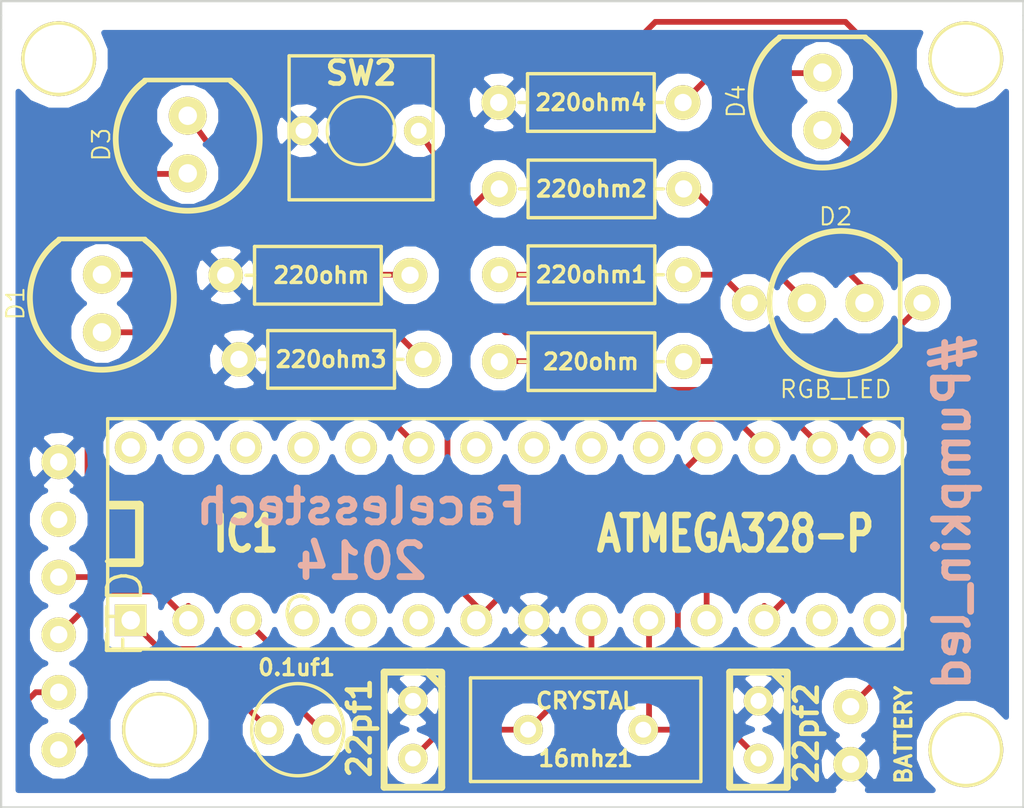
<source format=kicad_pcb>
(kicad_pcb (version 4) (host pcbnew "(2014-jul-16 BZR unknown)-product")

  (general
    (links 32)
    (no_connects 0)
    (area 90.742286 84.546 143.179477 122.187)
    (thickness 1.6)
    (drawings 10)
    (tracks 117)
    (zones 0)
    (modules 22)
    (nets 37)
  )

  (page A4)
  (layers
    (0 F.Cu signal)
    (31 B.Cu signal)
    (32 B.Adhes user)
    (33 F.Adhes user)
    (34 B.Paste user)
    (35 F.Paste user)
    (36 B.SilkS user)
    (37 F.SilkS user)
    (38 B.Mask user)
    (39 F.Mask user)
    (40 Dwgs.User user)
    (41 Cmts.User user)
    (42 Eco1.User user)
    (43 Eco2.User user)
    (44 Edge.Cuts user)
    (45 Margin user)
    (46 B.CrtYd user)
    (47 F.CrtYd user)
    (48 B.Fab user)
    (49 F.Fab user)
  )

  (setup
    (last_trace_width 0.254)
    (trace_clearance 0.254)
    (zone_clearance 0.508)
    (zone_45_only no)
    (trace_min 0.254)
    (segment_width 0.2)
    (edge_width 0.1)
    (via_size 0.889)
    (via_drill 0.635)
    (via_min_size 0.889)
    (via_min_drill 0.508)
    (uvia_size 0.508)
    (uvia_drill 0.127)
    (uvias_allowed no)
    (uvia_min_size 0.508)
    (uvia_min_drill 0.127)
    (pcb_text_width 0.3)
    (pcb_text_size 1.5 1.5)
    (mod_edge_width 0.15)
    (mod_text_size 1 1)
    (mod_text_width 0.15)
    (pad_size 1.3 1.3)
    (pad_drill 0.7)
    (pad_to_mask_clearance 0)
    (aux_axis_origin 0 0)
    (visible_elements FFFFFF7F)
    (pcbplotparams
      (layerselection 0x010f0_80000001)
      (usegerberextensions true)
      (excludeedgelayer true)
      (linewidth 0.100000)
      (plotframeref false)
      (viasonmask false)
      (mode 1)
      (useauxorigin false)
      (hpglpennumber 1)
      (hpglpenspeed 20)
      (hpglpendiameter 15)
      (hpglpenoverlay 2)
      (psnegative false)
      (psa4output false)
      (plotreference true)
      (plotvalue true)
      (plotinvisibletext false)
      (padsonsilk false)
      (subtractmaskfromsilk false)
      (outputformat 1)
      (mirror false)
      (drillshape 0)
      (scaleselection 1)
      (outputdirectory gerber_pumpkin_led/))
  )

  (net 0 "")
  (net 1 "Net-(0.1uf1-Pad1)")
  (net 2 "Net-(0.1uf1-Pad2)")
  (net 3 "Net-(16mhz1-Pad1)")
  (net 4 "Net-(16mhz1-Pad2)")
  (net 5 "Net-(220ohm1-Pad1)")
  (net 6 "Net-(220ohm1-Pad2)")
  (net 7 "Net-(220ohm2-Pad1)")
  (net 8 "Net-(220ohm2-Pad2)")
  (net 9 "Net-(220ohm3-Pad2)")
  (net 10 "Net-(220ohm4-Pad2)")
  (net 11 "Net-(D1-Pad1)")
  (net 12 "Net-(D2-Pad4)")
  (net 13 "Net-(D3-Pad1)")
  (net 14 "Net-(D3-Pad2)")
  (net 15 "Net-(D4-Pad1)")
  (net 16 "Net-(FTDI1-Pad5)")
  (net 17 "Net-(FTDI1-Pad4)")
  (net 18 "Net-(IC1-Pad4)")
  (net 19 "Net-(IC1-Pad5)")
  (net 20 "Net-(IC1-Pad6)")
  (net 21 "Net-(IC1-Pad13)")
  (net 22 "Net-(IC1-Pad14)")
  (net 23 "Net-(IC1-Pad17)")
  (net 24 "Net-(IC1-Pad18)")
  (net 25 "Net-(IC1-Pad19)")
  (net 26 "Net-(IC1-Pad20)")
  (net 27 "Net-(IC1-Pad21)")
  (net 28 "Net-(IC1-Pad22)")
  (net 29 "Net-(IC1-Pad24)")
  (net 30 "Net-(IC1-Pad25)")
  (net 31 "Net-(IC1-Pad26)")
  (net 32 "Net-(IC1-Pad27)")
  (net 33 "Net-(IC1-Pad28)")
  (net 34 GND)
  (net 35 VCC)
  (net 36 "Net-(FTDI1-Pad2)")

  (net_class Default "This is the default net class."
    (clearance 0.254)
    (trace_width 0.254)
    (via_dia 0.889)
    (via_drill 0.635)
    (uvia_dia 0.508)
    (uvia_drill 0.127)
    (add_net GND)
    (add_net "Net-(0.1uf1-Pad1)")
    (add_net "Net-(0.1uf1-Pad2)")
    (add_net "Net-(16mhz1-Pad1)")
    (add_net "Net-(16mhz1-Pad2)")
    (add_net "Net-(220ohm1-Pad1)")
    (add_net "Net-(220ohm1-Pad2)")
    (add_net "Net-(220ohm2-Pad1)")
    (add_net "Net-(220ohm2-Pad2)")
    (add_net "Net-(220ohm3-Pad2)")
    (add_net "Net-(220ohm4-Pad2)")
    (add_net "Net-(D1-Pad1)")
    (add_net "Net-(D2-Pad4)")
    (add_net "Net-(D3-Pad1)")
    (add_net "Net-(D3-Pad2)")
    (add_net "Net-(D4-Pad1)")
    (add_net "Net-(FTDI1-Pad2)")
    (add_net "Net-(FTDI1-Pad4)")
    (add_net "Net-(FTDI1-Pad5)")
    (add_net "Net-(IC1-Pad13)")
    (add_net "Net-(IC1-Pad14)")
    (add_net "Net-(IC1-Pad17)")
    (add_net "Net-(IC1-Pad18)")
    (add_net "Net-(IC1-Pad19)")
    (add_net "Net-(IC1-Pad20)")
    (add_net "Net-(IC1-Pad21)")
    (add_net "Net-(IC1-Pad22)")
    (add_net "Net-(IC1-Pad24)")
    (add_net "Net-(IC1-Pad25)")
    (add_net "Net-(IC1-Pad26)")
    (add_net "Net-(IC1-Pad27)")
    (add_net "Net-(IC1-Pad28)")
    (add_net "Net-(IC1-Pad4)")
    (add_net "Net-(IC1-Pad5)")
    (add_net "Net-(IC1-Pad6)")
    (add_net VCC)
  )

  (module pumpkin:cap_2.54x4.20 (layer F.Cu) (tedit 543304C7) (tstamp 542ED699)
    (at 107.696 117.856)
    (path /542AF3CB)
    (fp_text reference 0.1uf1 (at -0.0508 -2.7432) (layer F.SilkS)
      (effects (font (size 0.7 0.7) (thickness 0.15)))
    )
    (fp_text value C (at 0 -5.08) (layer F.SilkS)
      (effects (font (size 1.5 1.5) (thickness 0.15)))
    )
    (fp_circle (center 0 0) (end 2.032 0) (layer F.SilkS) (width 0.15))
    (pad 1 thru_hole circle (at -1.27 0) (size 1.3 1.3) (drill 0.7) (layers *.Cu *.Mask F.SilkS)
      (net 1 "Net-(0.1uf1-Pad1)"))
    (pad 2 thru_hole circle (at 1.27 0) (size 1.3 1.3) (drill 0.7) (layers *.Cu *.Mask F.SilkS)
      (net 2 "Net-(0.1uf1-Pad2)"))
  )

  (module pumpkin:horizontal_crystal_10mm (layer F.Cu) (tedit 543173A0) (tstamp 542ED69F)
    (at 120.396 117.856)
    (path /542AF5F6)
    (fp_text reference 16mhz1 (at 0 1.27) (layer F.SilkS)
      (effects (font (size 0.7 0.7) (thickness 0.15)))
    )
    (fp_text value CRYSTAL (at 0 -1.27) (layer F.SilkS)
      (effects (font (size 0.7 0.7) (thickness 0.15)))
    )
    (fp_line (start -5.08 -2.286) (end 5.08 -2.286) (layer F.SilkS) (width 0.15))
    (fp_line (start 5.08 -2.286) (end 5.08 2.286) (layer F.SilkS) (width 0.15))
    (fp_line (start 5.08 2.286) (end -5.08 2.286) (layer F.SilkS) (width 0.15))
    (fp_line (start -5.08 -2.286) (end -5.08 2.286) (layer F.SilkS) (width 0.15))
    (pad 1 thru_hole circle (at -2.54 0) (size 1.3 1.3) (drill 0.7) (layers *.Cu *.Mask F.SilkS)
      (net 3 "Net-(16mhz1-Pad1)"))
    (pad 2 thru_hole circle (at 2.54 0) (size 1.3 1.3) (drill 0.7) (layers *.Cu *.Mask F.SilkS)
      (net 4 "Net-(16mhz1-Pad2)"))
  )

  (module Capacitors_ThroughHole.pretty:Capacitor3MMDiscRM2.5 (layer F.Cu) (tedit 54330488) (tstamp 542ED6A5)
    (at 112.776 117.856 270)
    (descr Capacitor3MMDiscRM2.5)
    (tags C)
    (path /542AF4E4)
    (fp_text reference 22pf1 (at -0.0762 2.3622 270) (layer F.SilkS)
      (effects (font (size 1 1) (thickness 0.2032)))
    )
    (fp_text value C (at 0 -2.286 270) (layer F.SilkS) hide
      (effects (font (size 1.016 1.016) (thickness 0.2032)))
    )
    (fp_line (start -2.4892 -1.27) (end 2.54 -1.27) (layer F.SilkS) (width 0.3048))
    (fp_line (start 2.54 -1.27) (end 2.54 1.27) (layer F.SilkS) (width 0.3048))
    (fp_line (start 2.54 1.27) (end -2.54 1.27) (layer F.SilkS) (width 0.3048))
    (fp_line (start -2.54 1.27) (end -2.54 -1.27) (layer F.SilkS) (width 0.3048))
    (fp_line (start -2.54 -0.635) (end -1.905 -1.27) (layer F.SilkS) (width 0.3048))
    (pad 1 thru_hole circle (at -1.27 0 270) (size 1.3 1.3) (drill 0.7) (layers *.Cu *.Mask F.SilkS)
      (net 34 GND))
    (pad 2 thru_hole circle (at 1.27 0 270) (size 1.3 1.3) (drill 0.7) (layers *.Cu *.Mask F.SilkS)
      (net 3 "Net-(16mhz1-Pad1)"))
    (model discret/Capacitor/Capacitor3MMDiscRM2.5.wrl
      (at (xyz 0 0 0))
      (scale (xyz 1 1 1))
      (rotate (xyz 0 0 0))
    )
  )

  (module Capacitors_ThroughHole.pretty:Capacitor3MMDiscRM2.5 (layer F.Cu) (tedit 54330498) (tstamp 542ED6AB)
    (at 128.016 117.856 270)
    (descr Capacitor3MMDiscRM2.5)
    (tags C)
    (path /542AF487)
    (fp_text reference 22pf2 (at 0.1524 -2.1082 270) (layer F.SilkS)
      (effects (font (size 1.016 1.016) (thickness 0.2032)))
    )
    (fp_text value C (at 0 -2.286 270) (layer F.SilkS) hide
      (effects (font (size 1.016 1.016) (thickness 0.2032)))
    )
    (fp_line (start -2.4892 -1.27) (end 2.54 -1.27) (layer F.SilkS) (width 0.3048))
    (fp_line (start 2.54 -1.27) (end 2.54 1.27) (layer F.SilkS) (width 0.3048))
    (fp_line (start 2.54 1.27) (end -2.54 1.27) (layer F.SilkS) (width 0.3048))
    (fp_line (start -2.54 1.27) (end -2.54 -1.27) (layer F.SilkS) (width 0.3048))
    (fp_line (start -2.54 -0.635) (end -1.905 -1.27) (layer F.SilkS) (width 0.3048))
    (pad 1 thru_hole circle (at -1.27 0 270) (size 1.3 1.3) (drill 0.7) (layers *.Cu *.Mask F.SilkS)
      (net 34 GND))
    (pad 2 thru_hole circle (at 1.27 0 270) (size 1.3 1.3) (drill 0.7) (layers *.Cu *.Mask F.SilkS)
      (net 4 "Net-(16mhz1-Pad2)"))
    (model discret/Capacitor/Capacitor3MMDiscRM2.5.wrl
      (at (xyz 0 0 0))
      (scale (xyz 1 1 1))
      (rotate (xyz 0 0 0))
    )
  )

  (module pumpkin:DIP-28_Socket (layer F.Cu) (tedit 542FFCA4) (tstamp 542ED70D)
    (at 116.84 109.22)
    (descr "28 pins DIL package, round pads, width 300mil")
    (tags DIL)
    (path /542AF1D5)
    (fp_text reference IC1 (at -11.43 0) (layer F.SilkS)
      (effects (font (size 1.524 1.143) (thickness 0.3048)))
    )
    (fp_text value ATMEGA328-P (at 10.16 0) (layer F.SilkS)
      (effects (font (size 1.524 1.143) (thickness 0.28575)))
    )
    (fp_line (start -17.526 -5.08) (end -17.526 5.08) (layer F.SilkS) (width 0.15))
    (fp_line (start -17.526 5.08) (end 17.526 5.08) (layer F.SilkS) (width 0.15))
    (fp_line (start 17.526 5.08) (end 17.526 -5.08) (layer F.SilkS) (width 0.15))
    (fp_line (start 17.526 -5.08) (end -17.526 -5.08) (layer F.SilkS) (width 0.15))
    (fp_line (start -17.399 -1.27) (end -16.129 -1.27) (layer F.SilkS) (width 0.381))
    (fp_line (start -16.129 -1.27) (end -16.129 1.27) (layer F.SilkS) (width 0.381))
    (fp_line (start -16.129 1.27) (end -17.399 1.27) (layer F.SilkS) (width 0.381))
    (pad 2 thru_hole circle (at -13.97 3.81) (size 1.397 1.397) (drill 0.8128) (layers *.Cu *.Mask F.SilkS)
      (net 17 "Net-(FTDI1-Pad4)"))
    (pad 3 thru_hole circle (at -11.43 3.81) (size 1.397 1.397) (drill 0.8128) (layers *.Cu *.Mask F.SilkS)
      (net 16 "Net-(FTDI1-Pad5)"))
    (pad 4 thru_hole circle (at -8.89 3.81) (size 1.397 1.397) (drill 0.8128) (layers *.Cu *.Mask F.SilkS)
      (net 18 "Net-(IC1-Pad4)"))
    (pad 5 thru_hole circle (at -6.35 3.81) (size 1.397 1.397) (drill 0.8128) (layers *.Cu *.Mask F.SilkS)
      (net 19 "Net-(IC1-Pad5)"))
    (pad 6 thru_hole circle (at -3.81 3.81) (size 1.397 1.397) (drill 0.8128) (layers *.Cu *.Mask F.SilkS)
      (net 20 "Net-(IC1-Pad6)"))
    (pad 7 thru_hole circle (at -1.27 3.81) (size 1.397 1.397) (drill 0.8128) (layers *.Cu *.Mask F.SilkS)
      (net 35 VCC))
    (pad 8 thru_hole circle (at 1.27 3.81) (size 1.397 1.397) (drill 0.8128) (layers *.Cu *.Mask F.SilkS)
      (net 34 GND))
    (pad 9 thru_hole circle (at 3.81 3.81) (size 1.397 1.397) (drill 0.8128) (layers *.Cu *.Mask F.SilkS)
      (net 3 "Net-(16mhz1-Pad1)"))
    (pad 10 thru_hole circle (at 6.35 3.81) (size 1.397 1.397) (drill 0.8128) (layers *.Cu *.Mask F.SilkS)
      (net 4 "Net-(16mhz1-Pad2)"))
    (pad 11 thru_hole circle (at 8.89 3.81) (size 1.397 1.397) (drill 0.8128) (layers *.Cu *.Mask F.SilkS)
      (net 13 "Net-(D3-Pad1)"))
    (pad 12 thru_hole circle (at 11.43 3.81) (size 1.397 1.397) (drill 0.8128) (layers *.Cu *.Mask F.SilkS)
      (net 15 "Net-(D4-Pad1)"))
    (pad 13 thru_hole circle (at 13.97 3.81) (size 1.397 1.397) (drill 0.8128) (layers *.Cu *.Mask F.SilkS)
      (net 21 "Net-(IC1-Pad13)"))
    (pad 14 thru_hole circle (at 16.51 3.81) (size 1.397 1.397) (drill 0.8128) (layers *.Cu *.Mask F.SilkS)
      (net 22 "Net-(IC1-Pad14)"))
    (pad 1 thru_hole rect (at -16.51 3.81) (size 1.397 1.397) (drill 0.8128) (layers *.Cu *.Mask F.SilkS)
      (net 2 "Net-(0.1uf1-Pad2)"))
    (pad 15 thru_hole circle (at 16.51 -3.81) (size 1.397 1.397) (drill 0.8128) (layers *.Cu *.Mask F.SilkS)
      (net 6 "Net-(220ohm1-Pad2)"))
    (pad 16 thru_hole circle (at 13.97 -3.81) (size 1.397 1.397) (drill 0.8128) (layers *.Cu *.Mask F.SilkS)
      (net 8 "Net-(220ohm2-Pad2)"))
    (pad 17 thru_hole circle (at 11.43 -3.81) (size 1.397 1.397) (drill 0.8128) (layers *.Cu *.Mask F.SilkS)
      (net 23 "Net-(IC1-Pad17)"))
    (pad 18 thru_hole circle (at 8.89 -3.81) (size 1.397 1.397) (drill 0.8128) (layers *.Cu *.Mask F.SilkS)
      (net 24 "Net-(IC1-Pad18)"))
    (pad 19 thru_hole circle (at 6.35 -3.81) (size 1.397 1.397) (drill 0.8128) (layers *.Cu *.Mask F.SilkS)
      (net 25 "Net-(IC1-Pad19)"))
    (pad 20 thru_hole circle (at 3.81 -3.81) (size 1.397 1.397) (drill 0.8128) (layers *.Cu *.Mask F.SilkS)
      (net 26 "Net-(IC1-Pad20)"))
    (pad 21 thru_hole circle (at 1.27 -3.81) (size 1.397 1.397) (drill 0.8128) (layers *.Cu *.Mask F.SilkS)
      (net 27 "Net-(IC1-Pad21)"))
    (pad 22 thru_hole circle (at -1.27 -3.81) (size 1.397 1.397) (drill 0.8128) (layers *.Cu *.Mask F.SilkS)
      (net 28 "Net-(IC1-Pad22)"))
    (pad 23 thru_hole circle (at -3.81 -3.81) (size 1.397 1.397) (drill 0.8128) (layers *.Cu *.Mask F.SilkS)
      (net 11 "Net-(D1-Pad1)"))
    (pad 24 thru_hole circle (at -6.35 -3.81) (size 1.397 1.397) (drill 0.8128) (layers *.Cu *.Mask F.SilkS)
      (net 29 "Net-(IC1-Pad24)"))
    (pad 25 thru_hole circle (at -8.89 -3.81) (size 1.397 1.397) (drill 0.8128) (layers *.Cu *.Mask F.SilkS)
      (net 30 "Net-(IC1-Pad25)"))
    (pad 26 thru_hole circle (at -11.43 -3.81) (size 1.397 1.397) (drill 0.8128) (layers *.Cu *.Mask F.SilkS)
      (net 31 "Net-(IC1-Pad26)"))
    (pad 27 thru_hole circle (at -13.97 -3.81) (size 1.397 1.397) (drill 0.8128) (layers *.Cu *.Mask F.SilkS)
      (net 32 "Net-(IC1-Pad27)"))
    (pad 28 thru_hole circle (at -16.51 -3.81) (size 1.397 1.397) (drill 0.8128) (layers *.Cu *.Mask F.SilkS)
      (net 33 "Net-(IC1-Pad28)"))
    (model dil/dil_28-w300.wrl
      (at (xyz 0 0 0))
      (scale (xyz 1 1 1))
      (rotate (xyz 0 0 0))
    )
  )

  (module pumpkin:Push_button_single (layer F.Cu) (tedit 54313357) (tstamp 542ED71F)
    (at 110.49 91.44 180)
    (path /542DB3DD)
    (fp_text reference SW2 (at 0 2.54 180) (layer F.SilkS)
      (effects (font (size 1.016 1.016) (thickness 0.2032)))
    )
    (fp_text value SW_PUSH (at 0 4.445 180) (layer F.SilkS) hide
      (effects (font (size 1.016 1.016) (thickness 0.2032)))
    )
    (fp_line (start -3.175 -3.048) (end -3.175 3.302) (layer F.SilkS) (width 0.15))
    (fp_line (start -3.175 3.302) (end 3.175 3.302) (layer F.SilkS) (width 0.15))
    (fp_line (start 3.175 3.302) (end 3.175 -3.048) (layer F.SilkS) (width 0.15))
    (fp_line (start 3.175 -3.048) (end -3.175 -3.048) (layer F.SilkS) (width 0.15))
    (fp_circle (center 0 0) (end 0 1.5) (layer F.SilkS) (width 0.127))
    (pad 2 thru_hole circle (at -2.54 0 180) (size 1.3 1.3) (drill 0.7) (layers *.Cu *.Mask F.SilkS)
      (net 24 "Net-(IC1-Pad18)"))
    (pad 1 thru_hole circle (at 2.54 0 180) (size 1.3 1.3) (drill 0.7) (layers *.Cu *.Mask F.SilkS)
      (net 34 GND))
  )

  (module pumpkin:Battery_AA (layer F.Cu) (tedit 54330492) (tstamp 542FF18C)
    (at 132.08 118.11 270)
    (path /542B11D1)
    (fp_text reference BT1 (at 0 2.413 270) (layer F.SilkS) hide
      (effects (font (size 1.5 1.5) (thickness 0.15)))
    )
    (fp_text value BATTERY (at -0.0254 -2.3368 270) (layer F.SilkS)
      (effects (font (size 0.7 0.7) (thickness 0.15)))
    )
    (pad 1 thru_hole circle (at -1.27 0 270) (size 1.524 1.524) (drill 0.762) (layers *.Cu *.Mask F.SilkS)
      (net 35 VCC))
    (pad 2 thru_hole circle (at 1.27 0 270) (size 1.524 1.524) (drill 0.762) (layers *.Cu *.Mask F.SilkS)
      (net 34 GND))
  )

  (module pumpkin:FTDI_Header (layer F.Cu) (tedit 54313412) (tstamp 54300911)
    (at 97.155 112.395 270)
    (path /5430106F)
    (fp_text reference FTDI1 (at 0.127 3.048 270) (layer F.SilkS) hide
      (effects (font (size 1.5 1.5) (thickness 0.15)))
    )
    (fp_text value FTDI (at 0 -2.921 270) (layer F.SilkS)
      (effects (font (size 1.5 1.5) (thickness 0.15)))
    )
    (pad 3 thru_hole circle (at -1.27 0 270) (size 1.524 1.524) (drill 0.762) (layers *.Cu *.Mask F.SilkS)
      (net 35 VCC))
    (pad 4 thru_hole circle (at 1.27 0 270) (size 1.524 1.524) (drill 0.762) (layers *.Cu *.Mask F.SilkS)
      (net 17 "Net-(FTDI1-Pad4)"))
    (pad 2 thru_hole circle (at -3.81 0 270) (size 1.524 1.524) (drill 0.762) (layers *.Cu *.Mask F.SilkS)
      (net 36 "Net-(FTDI1-Pad2)"))
    (pad 1 thru_hole circle (at -6.35 0 270) (size 1.524 1.524) (drill 0.762) (layers *.Cu *.Mask F.SilkS)
      (net 34 GND))
    (pad 5 thru_hole circle (at 3.81 0 270) (size 1.524 1.524) (drill 0.762) (layers *.Cu *.Mask F.SilkS)
      (net 16 "Net-(FTDI1-Pad5)"))
    (pad 6 thru_hole circle (at 6.35 0 270) (size 1.524 1.524) (drill 0.762) (layers *.Cu *.Mask F.SilkS)
      (net 1 "Net-(0.1uf1-Pad1)"))
  )

  (module pumpkin:M4_Mount_Hole (layer F.Cu) (tedit 5431920A) (tstamp 54317B39)
    (at 137.16 88.265)
    (fp_text reference M4_Mount_Hole (at 0 2.413) (layer F.SilkS) hide
      (effects (font (size 1 1) (thickness 0.15)))
    )
    (fp_text value VAL** (at -0.127 -2.54) (layer F.SilkS) hide
      (effects (font (size 1 1) (thickness 0.15)))
    )
    (pad 1 thru_hole circle (at 0 0) (size 3.3 3.3) (drill 3) (layers *.Cu *.Mask F.SilkS))
  )

  (module pumpkin:M4_Mount_Hole (layer F.Cu) (tedit 54319202) (tstamp 54317B53)
    (at 97.155 88.265)
    (fp_text reference M4_Mount_Hole (at 0 2.413) (layer F.SilkS) hide
      (effects (font (size 1 1) (thickness 0.15)))
    )
    (fp_text value VAL** (at -0.127 -2.54) (layer F.SilkS) hide
      (effects (font (size 1 1) (thickness 0.15)))
    )
    (pad 1 thru_hole circle (at 0 0) (size 3.3 3.3) (drill 3) (layers *.Cu *.Mask F.SilkS))
  )

  (module pumpkin:M4_Mount_Hole (layer F.Cu) (tedit 54319211) (tstamp 54317C59)
    (at 137.16 118.745)
    (fp_text reference M4_Mount_Hole (at 0 2.413) (layer F.SilkS) hide
      (effects (font (size 1 1) (thickness 0.15)))
    )
    (fp_text value VAL** (at -0.127 -2.54) (layer F.SilkS) hide
      (effects (font (size 1 1) (thickness 0.15)))
    )
    (pad 1 thru_hole circle (at 0 0) (size 3.3 3.3) (drill 3) (layers *.Cu *.Mask F.SilkS))
  )

  (module pumpkin:M4_Mount_Hole (layer F.Cu) (tedit 5431921A) (tstamp 54317E29)
    (at 101.6 117.856)
    (fp_text reference M4_Mount_Hole (at 0 2.413) (layer F.SilkS) hide
      (effects (font (size 1 1) (thickness 0.15)))
    )
    (fp_text value VAL** (at -0.127 -2.54) (layer F.SilkS) hide
      (effects (font (size 1 1) (thickness 0.15)))
    )
    (pad 1 thru_hole circle (at 0 0) (size 3.3 3.3) (drill 3) (layers *.Cu *.Mask F.SilkS))
  )

  (module pumpkin:LED_5MM_basic (layer F.Cu) (tedit 5432FC7B) (tstamp 5433029B)
    (at 99.06 99.06 90)
    (descr "LED 5mm - Lead pitch 100mil (2,54mm)")
    (tags "LED led 5mm 5MM 100mil 2,54mm")
    (path /542AF6AC)
    (fp_text reference D1 (at 0 -3.81 90) (layer F.SilkS)
      (effects (font (size 0.762 0.762) (thickness 0.0889)))
    )
    (fp_text value LED (at 0 3.81 90) (layer F.SilkS) hide
      (effects (font (size 0.762 0.762) (thickness 0.0889)))
    )
    (fp_line (start 2.8448 1.905) (end 2.8448 -1.905) (layer F.SilkS) (width 0.2032))
    (fp_arc (start 0.254 0) (end 2.794 1.905) (angle 286.2) (layer F.SilkS) (width 0.254))
    (pad 1 thru_hole circle (at -1.27 0 90) (size 1.6764 1.6764) (drill 0.8128) (layers *.Cu *.Mask F.SilkS)
      (net 11 "Net-(D1-Pad1)"))
    (pad 2 thru_hole circle (at 1.27 0 90) (size 1.6764 1.6764) (drill 0.8128) (layers *.Cu *.Mask F.SilkS)
      (net 9 "Net-(220ohm3-Pad2)"))
    (model discret/leds/led5_vertical_verde.wrl
      (at (xyz 0 0 0))
      (scale (xyz 1 1 1))
      (rotate (xyz 0 0 0))
    )
  )

  (module pumpkin:LED_RGB_Basic (layer F.Cu) (tedit 5432FE06) (tstamp 543302A5)
    (at 131.4196 99.0346)
    (descr "LED 5mm - Lead pitch 100mil (2,54mm)")
    (tags "LED led 5mm 5MM 100mil 2,54mm")
    (path /542B0033)
    (fp_text reference D2 (at 0 -3.81) (layer F.SilkS)
      (effects (font (size 0.762 0.762) (thickness 0.0889)))
    )
    (fp_text value RGB_LED (at 0 3.81) (layer F.SilkS)
      (effects (font (size 0.762 0.762) (thickness 0.0889)))
    )
    (fp_line (start 2.8448 1.905) (end 2.8448 -1.905) (layer F.SilkS) (width 0.2032))
    (fp_arc (start 0.254 0) (end 2.794 1.905) (angle 286.2) (layer F.SilkS) (width 0.254))
    (pad 2 thru_hole circle (at -1.27 0) (size 1.6764 1.6764) (drill 0.8128) (layers *.Cu *.Mask F.SilkS)
      (net 7 "Net-(220ohm2-Pad1)"))
    (pad 3 thru_hole circle (at 1.27 0) (size 1.6764 1.6764) (drill 0.8128) (layers *.Cu *.Mask F.SilkS)
      (net 35 VCC))
    (pad 4 thru_hole circle (at 3.81 0) (size 1.524 1.524) (drill 0.762) (layers *.Cu *.Mask F.SilkS)
      (net 12 "Net-(D2-Pad4)"))
    (pad 1 thru_hole circle (at -3.81 0) (size 1.524 1.524) (drill 0.762) (layers *.Cu *.Mask F.SilkS)
      (net 5 "Net-(220ohm1-Pad1)"))
    (model discret/leds/led5_vertical_verde.wrl
      (at (xyz 0 0 0))
      (scale (xyz 1 1 1))
      (rotate (xyz 0 0 0))
    )
  )

  (module pumpkin:LED_5MM_basic (layer F.Cu) (tedit 5432FC7B) (tstamp 543302AD)
    (at 102.8446 92.0496 90)
    (descr "LED 5mm - Lead pitch 100mil (2,54mm)")
    (tags "LED led 5mm 5MM 100mil 2,54mm")
    (path /542AF705)
    (fp_text reference D3 (at 0 -3.81 90) (layer F.SilkS)
      (effects (font (size 0.762 0.762) (thickness 0.0889)))
    )
    (fp_text value LED (at 0 3.81 90) (layer F.SilkS) hide
      (effects (font (size 0.762 0.762) (thickness 0.0889)))
    )
    (fp_line (start 2.8448 1.905) (end 2.8448 -1.905) (layer F.SilkS) (width 0.2032))
    (fp_arc (start 0.254 0) (end 2.794 1.905) (angle 286.2) (layer F.SilkS) (width 0.254))
    (pad 1 thru_hole circle (at -1.27 0 90) (size 1.6764 1.6764) (drill 0.8128) (layers *.Cu *.Mask F.SilkS)
      (net 13 "Net-(D3-Pad1)"))
    (pad 2 thru_hole circle (at 1.27 0 90) (size 1.6764 1.6764) (drill 0.8128) (layers *.Cu *.Mask F.SilkS)
      (net 14 "Net-(D3-Pad2)"))
    (model discret/leds/led5_vertical_verde.wrl
      (at (xyz 0 0 0))
      (scale (xyz 1 1 1))
      (rotate (xyz 0 0 0))
    )
  )

  (module pumpkin:resistor_8mm (layer F.Cu) (tedit 54330444) (tstamp 543305D1)
    (at 120.65 97.79 180)
    (path /542AF7BC)
    (fp_text reference 220ohm1 (at 0 0 180) (layer F.SilkS)
      (effects (font (size 0.7 0.7) (thickness 0.15)))
    )
    (fp_text value R (at 0 -2.159 180) (layer F.SilkS) hide
      (effects (font (size 0.7 0.7) (thickness 0.15)))
    )
    (fp_line (start 2.794 0) (end 3.175 0) (layer F.SilkS) (width 0.15))
    (fp_line (start -2.794 0) (end -3.175 0) (layer F.SilkS) (width 0.15))
    (fp_line (start -2.794 -1.27) (end 2.794 -1.27) (layer F.SilkS) (width 0.15))
    (fp_line (start 2.794 -1.27) (end 2.794 1.27) (layer F.SilkS) (width 0.15))
    (fp_line (start 2.794 1.27) (end -2.794 1.27) (layer F.SilkS) (width 0.15))
    (fp_line (start -2.794 1.27) (end -2.794 -1.27) (layer F.SilkS) (width 0.15))
    (pad 1 thru_hole circle (at -4.064 0 180) (size 1.524 1.524) (drill 0.762) (layers *.Cu *.Mask F.SilkS)
      (net 5 "Net-(220ohm1-Pad1)"))
    (pad 2 thru_hole circle (at 4.064 0 180) (size 1.524 1.524) (drill 0.762) (layers *.Cu *.Mask F.SilkS)
      (net 6 "Net-(220ohm1-Pad2)"))
  )

  (module pumpkin:resistor_8mm (layer F.Cu) (tedit 54330435) (tstamp 543305DD)
    (at 120.65 94.0054 180)
    (path /542AF789)
    (fp_text reference 220ohm2 (at 0 0 180) (layer F.SilkS)
      (effects (font (size 0.7 0.7) (thickness 0.15)))
    )
    (fp_text value R (at 0 -2.159 180) (layer F.SilkS) hide
      (effects (font (size 0.7 0.7) (thickness 0.15)))
    )
    (fp_line (start 2.794 0) (end 3.175 0) (layer F.SilkS) (width 0.15))
    (fp_line (start -2.794 0) (end -3.175 0) (layer F.SilkS) (width 0.15))
    (fp_line (start -2.794 -1.27) (end 2.794 -1.27) (layer F.SilkS) (width 0.15))
    (fp_line (start 2.794 -1.27) (end 2.794 1.27) (layer F.SilkS) (width 0.15))
    (fp_line (start 2.794 1.27) (end -2.794 1.27) (layer F.SilkS) (width 0.15))
    (fp_line (start -2.794 1.27) (end -2.794 -1.27) (layer F.SilkS) (width 0.15))
    (pad 1 thru_hole circle (at -4.064 0 180) (size 1.524 1.524) (drill 0.762) (layers *.Cu *.Mask F.SilkS)
      (net 7 "Net-(220ohm2-Pad1)"))
    (pad 2 thru_hole circle (at 4.064 0 180) (size 1.524 1.524) (drill 0.762) (layers *.Cu *.Mask F.SilkS)
      (net 8 "Net-(220ohm2-Pad2)"))
  )

  (module pumpkin:resistor_8mm (layer F.Cu) (tedit 54330467) (tstamp 543305E9)
    (at 109.1692 101.5238)
    (path /542AF7EF)
    (fp_text reference 220ohm3 (at 0 0) (layer F.SilkS)
      (effects (font (size 0.7 0.7) (thickness 0.15)))
    )
    (fp_text value R (at 0 -2.159) (layer F.SilkS) hide
      (effects (font (size 0.7 0.7) (thickness 0.15)))
    )
    (fp_line (start 2.794 0) (end 3.175 0) (layer F.SilkS) (width 0.15))
    (fp_line (start -2.794 0) (end -3.175 0) (layer F.SilkS) (width 0.15))
    (fp_line (start -2.794 -1.27) (end 2.794 -1.27) (layer F.SilkS) (width 0.15))
    (fp_line (start 2.794 -1.27) (end 2.794 1.27) (layer F.SilkS) (width 0.15))
    (fp_line (start 2.794 1.27) (end -2.794 1.27) (layer F.SilkS) (width 0.15))
    (fp_line (start -2.794 1.27) (end -2.794 -1.27) (layer F.SilkS) (width 0.15))
    (pad 1 thru_hole circle (at -4.064 0) (size 1.524 1.524) (drill 0.762) (layers *.Cu *.Mask F.SilkS)
      (net 34 GND))
    (pad 2 thru_hole circle (at 4.064 0) (size 1.524 1.524) (drill 0.762) (layers *.Cu *.Mask F.SilkS)
      (net 9 "Net-(220ohm3-Pad2)"))
  )

  (module pumpkin:resistor_8mm (layer F.Cu) (tedit 5433042C) (tstamp 543305F5)
    (at 120.6246 90.1954)
    (path /542AF814)
    (fp_text reference 220ohm4 (at 0 0) (layer F.SilkS)
      (effects (font (size 0.7 0.7) (thickness 0.15)))
    )
    (fp_text value R (at 0 -2.159) (layer F.SilkS) hide
      (effects (font (size 0.7 0.7) (thickness 0.15)))
    )
    (fp_line (start 2.794 0) (end 3.175 0) (layer F.SilkS) (width 0.15))
    (fp_line (start -2.794 0) (end -3.175 0) (layer F.SilkS) (width 0.15))
    (fp_line (start -2.794 -1.27) (end 2.794 -1.27) (layer F.SilkS) (width 0.15))
    (fp_line (start 2.794 -1.27) (end 2.794 1.27) (layer F.SilkS) (width 0.15))
    (fp_line (start 2.794 1.27) (end -2.794 1.27) (layer F.SilkS) (width 0.15))
    (fp_line (start -2.794 1.27) (end -2.794 -1.27) (layer F.SilkS) (width 0.15))
    (pad 1 thru_hole circle (at -4.064 0) (size 1.524 1.524) (drill 0.762) (layers *.Cu *.Mask F.SilkS)
      (net 34 GND))
    (pad 2 thru_hole circle (at 4.064 0) (size 1.524 1.524) (drill 0.762) (layers *.Cu *.Mask F.SilkS)
      (net 10 "Net-(220ohm4-Pad2)"))
  )

  (module pumpkin:resistor_8mm (layer F.Cu) (tedit 5433044D) (tstamp 543307C1)
    (at 120.65 101.6254 180)
    (path /542AF73A)
    (fp_text reference R1 (at 0 0 180) (layer F.SilkS) hide
      (effects (font (size 0.7 0.7) (thickness 0.15)))
    )
    (fp_text value 220ohm (at 0.0254 0 180) (layer F.SilkS)
      (effects (font (size 0.7 0.7) (thickness 0.15)))
    )
    (fp_line (start 2.794 0) (end 3.175 0) (layer F.SilkS) (width 0.15))
    (fp_line (start -2.794 0) (end -3.175 0) (layer F.SilkS) (width 0.15))
    (fp_line (start -2.794 -1.27) (end 2.794 -1.27) (layer F.SilkS) (width 0.15))
    (fp_line (start 2.794 -1.27) (end 2.794 1.27) (layer F.SilkS) (width 0.15))
    (fp_line (start 2.794 1.27) (end -2.794 1.27) (layer F.SilkS) (width 0.15))
    (fp_line (start -2.794 1.27) (end -2.794 -1.27) (layer F.SilkS) (width 0.15))
    (pad 1 thru_hole circle (at -4.064 0 180) (size 1.524 1.524) (drill 0.762) (layers *.Cu *.Mask F.SilkS)
      (net 12 "Net-(D2-Pad4)"))
    (pad 2 thru_hole circle (at 4.064 0 180) (size 1.524 1.524) (drill 0.762) (layers *.Cu *.Mask F.SilkS)
      (net 23 "Net-(IC1-Pad17)"))
  )

  (module pumpkin:resistor_8mm (layer F.Cu) (tedit 54330462) (tstamp 543307CD)
    (at 108.585 97.8154)
    (path /542AF851)
    (fp_text reference R2 (at 0 0) (layer F.SilkS) hide
      (effects (font (size 0.7 0.7) (thickness 0.15)))
    )
    (fp_text value 220ohm (at 0.1524 0) (layer F.SilkS)
      (effects (font (size 0.7 0.7) (thickness 0.15)))
    )
    (fp_line (start 2.794 0) (end 3.175 0) (layer F.SilkS) (width 0.15))
    (fp_line (start -2.794 0) (end -3.175 0) (layer F.SilkS) (width 0.15))
    (fp_line (start -2.794 -1.27) (end 2.794 -1.27) (layer F.SilkS) (width 0.15))
    (fp_line (start 2.794 -1.27) (end 2.794 1.27) (layer F.SilkS) (width 0.15))
    (fp_line (start 2.794 1.27) (end -2.794 1.27) (layer F.SilkS) (width 0.15))
    (fp_line (start -2.794 1.27) (end -2.794 -1.27) (layer F.SilkS) (width 0.15))
    (pad 1 thru_hole circle (at -4.064 0) (size 1.524 1.524) (drill 0.762) (layers *.Cu *.Mask F.SilkS)
      (net 34 GND))
    (pad 2 thru_hole circle (at 4.064 0) (size 1.524 1.524) (drill 0.762) (layers *.Cu *.Mask F.SilkS)
      (net 14 "Net-(D3-Pad2)"))
  )

  (module pumpkin:LED_5MM_basic (layer F.Cu) (tedit 5432FC7B) (tstamp 543308E2)
    (at 130.8354 90.1446 90)
    (descr "LED 5mm - Lead pitch 100mil (2,54mm)")
    (tags "LED led 5mm 5MM 100mil 2,54mm")
    (path /542AF655)
    (fp_text reference D4 (at 0 -3.81 90) (layer F.SilkS)
      (effects (font (size 0.762 0.762) (thickness 0.0889)))
    )
    (fp_text value LED (at 0 3.81 90) (layer F.SilkS) hide
      (effects (font (size 0.762 0.762) (thickness 0.0889)))
    )
    (fp_line (start 2.8448 1.905) (end 2.8448 -1.905) (layer F.SilkS) (width 0.2032))
    (fp_arc (start 0.254 0) (end 2.794 1.905) (angle 286.2) (layer F.SilkS) (width 0.254))
    (pad 1 thru_hole circle (at -1.27 0 90) (size 1.6764 1.6764) (drill 0.8128) (layers *.Cu *.Mask F.SilkS)
      (net 15 "Net-(D4-Pad1)"))
    (pad 2 thru_hole circle (at 1.27 0 90) (size 1.6764 1.6764) (drill 0.8128) (layers *.Cu *.Mask F.SilkS)
      (net 10 "Net-(220ohm4-Pad2)"))
    (model discret/leds/led5_vertical_verde.wrl
      (at (xyz 0 0 0))
      (scale (xyz 1 1 1))
      (rotate (xyz 0 0 0))
    )
  )

  (gr_line (start 94.615 85.725) (end 94.615 86.36) (angle 90) (layer Edge.Cuts) (width 0.1))
  (gr_line (start 139.7 85.725) (end 94.615 85.725) (angle 90) (layer Edge.Cuts) (width 0.1))
  (gr_line (start 139.7 85.725) (end 139.7 86.36) (angle 90) (layer Edge.Cuts) (width 0.1))
  (gr_text "#Pumpkin_led" (at 136.5504 108.2802 90) (layer B.SilkS)
    (effects (font (size 1.5 1.5) (thickness 0.3)) (justify mirror))
  )
  (gr_text "Facelesstech\n2014" (at 110.49 109.22) (layer B.SilkS)
    (effects (font (size 1.5 1.5) (thickness 0.3)) (justify mirror))
  )
  (gr_line (start 94.615 86.36) (end 94.615 86.995) (angle 90) (layer Edge.Cuts) (width 0.1))
  (gr_line (start 139.7 86.995) (end 139.7 86.36) (angle 90) (layer Edge.Cuts) (width 0.1))
  (gr_line (start 94.615 121.285) (end 94.615 86.995) (angle 90) (layer Edge.Cuts) (width 0.1))
  (gr_line (start 139.7 121.285) (end 94.615 121.285) (angle 90) (layer Edge.Cuts) (width 0.1))
  (gr_line (start 139.7 86.995) (end 139.7 121.285) (angle 90) (layer Edge.Cuts) (width 0.1))

  (segment (start 97.155 118.745) (end 97.663 118.745) (width 0.254) (layer F.Cu) (net 1))
  (segment (start 97.663 118.745) (end 99.06 117.348) (width 0.254) (layer F.Cu) (net 1) (tstamp 5431912B))
  (segment (start 103.886 115.316) (end 106.426 117.856) (width 0.254) (layer F.Cu) (net 1) (tstamp 54319132))
  (segment (start 100.076 115.316) (end 103.886 115.316) (width 0.254) (layer F.Cu) (net 1) (tstamp 54319130))
  (segment (start 99.06 116.332) (end 100.076 115.316) (width 0.254) (layer F.Cu) (net 1) (tstamp 5431912E))
  (segment (start 99.06 117.348) (end 99.06 116.332) (width 0.254) (layer F.Cu) (net 1) (tstamp 5431912C))
  (segment (start 108.966 117.856) (end 108.712 117.856) (width 0.254) (layer F.Cu) (net 2))
  (segment (start 108.712 117.856) (end 105.156 114.3) (width 0.254) (layer F.Cu) (net 2) (tstamp 54319137))
  (segment (start 105.156 114.3) (end 101.6 114.3) (width 0.254) (layer F.Cu) (net 2) (tstamp 54319138))
  (segment (start 101.6 114.3) (end 100.33 113.03) (width 0.254) (layer F.Cu) (net 2) (tstamp 5431913F))
  (segment (start 117.856 117.856) (end 114.046 117.856) (width 0.254) (layer F.Cu) (net 3))
  (segment (start 114.046 117.856) (end 112.776 119.126) (width 0.254) (layer F.Cu) (net 3) (tstamp 543190C3))
  (segment (start 120.65 113.03) (end 120.65 115.062) (width 0.254) (layer F.Cu) (net 3))
  (segment (start 120.65 115.062) (end 117.856 117.856) (width 0.254) (layer F.Cu) (net 3) (tstamp 543190BF))
  (segment (start 122.936 117.856) (end 126.746 117.856) (width 0.254) (layer F.Cu) (net 4))
  (segment (start 126.746 117.856) (end 128.016 119.126) (width 0.254) (layer F.Cu) (net 4) (tstamp 543190BB))
  (segment (start 123.19 113.03) (end 123.19 117.602) (width 0.254) (layer F.Cu) (net 4))
  (segment (start 123.19 117.602) (end 122.936 117.856) (width 0.254) (layer F.Cu) (net 4) (tstamp 543190B8))
  (segment (start 124.714 97.79) (end 126.365 97.79) (width 0.254) (layer F.Cu) (net 5))
  (segment (start 126.365 97.79) (end 127.6096 99.0346) (width 0.254) (layer F.Cu) (net 5) (tstamp 54330606))
  (segment (start 116.586 97.79) (end 118.745 97.79) (width 0.254) (layer F.Cu) (net 6))
  (segment (start 123.825 102.87) (end 130.81 102.87) (width 0.254) (layer F.Cu) (net 6) (tstamp 543000D1))
  (segment (start 118.745 97.79) (end 123.825 102.87) (width 0.254) (layer F.Cu) (net 6) (tstamp 543000CD))
  (segment (start 130.81 102.87) (end 133.35 105.41) (width 0.254) (layer F.Cu) (net 6) (tstamp 543000D5))
  (segment (start 125.1204 94.0054) (end 130.1496 99.0346) (width 0.254) (layer F.Cu) (net 7) (tstamp 54330671))
  (segment (start 124.714 94.0054) (end 125.1204 94.0054) (width 0.254) (layer F.Cu) (net 7))
  (segment (start 114.935 95.25) (end 114.935 98.425) (width 0.254) (layer F.Cu) (net 8) (tstamp 54300994))
  (segment (start 114.935 98.425) (end 116.84 100.33) (width 0.254) (layer F.Cu) (net 8) (tstamp 54300996))
  (segment (start 116.84 100.33) (end 119.38 100.33) (width 0.254) (layer F.Cu) (net 8) (tstamp 54300998))
  (segment (start 119.38 100.33) (end 122.555 103.505) (width 0.254) (layer F.Cu) (net 8) (tstamp 5430099A))
  (segment (start 122.555 103.505) (end 128.905 103.505) (width 0.254) (layer F.Cu) (net 8) (tstamp 5430099C))
  (segment (start 128.905 103.505) (end 130.81 105.41) (width 0.254) (layer F.Cu) (net 8) (tstamp 5430099E))
  (segment (start 116.586 93.98) (end 116.205 93.98) (width 0.254) (layer F.Cu) (net 8))
  (segment (start 116.205 93.98) (end 114.935 95.25) (width 0.254) (layer F.Cu) (net 8) (tstamp 54300993))
  (segment (start 99.06 97.79) (end 102.235 97.79) (width 0.254) (layer F.Cu) (net 9))
  (segment (start 111.379 99.695) (end 113.284 101.6) (width 0.254) (layer F.Cu) (net 9) (tstamp 54300007))
  (segment (start 104.14 99.695) (end 111.379 99.695) (width 0.254) (layer F.Cu) (net 9) (tstamp 54300005))
  (segment (start 102.235 97.79) (end 104.14 99.695) (width 0.254) (layer F.Cu) (net 9) (tstamp 54300001))
  (segment (start 130.81 88.9) (end 125.984 88.9) (width 0.254) (layer F.Cu) (net 10))
  (segment (start 125.984 88.9) (end 124.714 90.17) (width 0.254) (layer F.Cu) (net 10) (tstamp 54300111))
  (segment (start 99.06 100.33) (end 101.6 100.33) (width 0.254) (layer F.Cu) (net 11))
  (segment (start 111.125 103.505) (end 113.03 105.41) (width 0.254) (layer F.Cu) (net 11) (tstamp 542FFFF9))
  (segment (start 104.775 103.505) (end 111.125 103.505) (width 0.254) (layer F.Cu) (net 11) (tstamp 542FFFF7))
  (segment (start 101.6 100.33) (end 104.775 103.505) (width 0.254) (layer F.Cu) (net 11) (tstamp 542FFFEE))
  (segment (start 124.714 101.6) (end 132.715 101.6) (width 0.254) (layer F.Cu) (net 12))
  (segment (start 132.715 101.6) (end 135.255 99.06) (width 0.254) (layer F.Cu) (net 12) (tstamp 54316E10))
  (segment (start 99.06 93.345) (end 97.155 95.25) (width 0.254) (layer F.Cu) (net 13) (tstamp 543006B1))
  (segment (start 97.155 95.25) (end 97.155 103.505) (width 0.254) (layer F.Cu) (net 13) (tstamp 543006B3))
  (segment (start 97.155 103.505) (end 98.425 104.775) (width 0.254) (layer F.Cu) (net 13) (tstamp 543006B5))
  (segment (start 98.425 104.775) (end 98.425 106.68) (width 0.254) (layer F.Cu) (net 13) (tstamp 543006B7))
  (segment (start 98.425 106.68) (end 100.965 109.22) (width 0.254) (layer F.Cu) (net 13) (tstamp 543006B9))
  (segment (start 100.965 109.22) (end 123.19 109.22) (width 0.254) (layer F.Cu) (net 13) (tstamp 543006BA))
  (segment (start 123.19 109.22) (end 125.73 111.76) (width 0.254) (layer F.Cu) (net 13) (tstamp 543006BC))
  (segment (start 125.73 111.76) (end 125.73 113.03) (width 0.254) (layer F.Cu) (net 13) (tstamp 543006BE))
  (segment (start 102.87 93.345) (end 99.06 93.345) (width 0.254) (layer F.Cu) (net 13))
  (segment (start 107.95 97.79) (end 102.87 90.805) (width 0.254) (layer F.Cu) (net 14) (tstamp 543009B9))
  (segment (start 112.649 97.79) (end 107.95 97.79) (width 0.254) (layer F.Cu) (net 14))
  (segment (start 128.27 113.03) (end 128.27 112.395) (width 0.254) (layer F.Cu) (net 15))
  (segment (start 130.175 111.125) (end 128.27 113.03) (width 0.254) (layer F.Cu) (net 15) (tstamp 543006AC))
  (segment (start 132.08 111.125) (end 130.175 111.125) (width 0.254) (layer F.Cu) (net 15) (tstamp 543006AA))
  (segment (start 137.16 106.045) (end 132.08 111.125) (width 0.254) (layer F.Cu) (net 15) (tstamp 543006A8))
  (segment (start 137.16 97.155) (end 137.16 106.045) (width 0.254) (layer F.Cu) (net 15) (tstamp 543006A6))
  (segment (start 131.445 91.44) (end 137.16 97.155) (width 0.254) (layer F.Cu) (net 15) (tstamp 543006A5))
  (segment (start 130.81 91.44) (end 131.445 91.44) (width 0.254) (layer F.Cu) (net 15))
  (segment (start 97.155 116.205) (end 96.139 116.205) (width 0.254) (layer F.Cu) (net 16))
  (segment (start 107.188 114.808) (end 105.41 113.03) (width 0.254) (layer F.Cu) (net 16) (tstamp 54319109))
  (segment (start 110.236 114.808) (end 107.188 114.808) (width 0.254) (layer F.Cu) (net 16) (tstamp 54319107))
  (segment (start 111.252 115.824) (end 110.236 114.808) (width 0.254) (layer F.Cu) (net 16) (tstamp 54319105))
  (segment (start 111.252 119.38) (end 111.252 115.824) (width 0.254) (layer F.Cu) (net 16) (tstamp 54319103))
  (segment (start 110.236 120.396) (end 111.252 119.38) (width 0.254) (layer F.Cu) (net 16) (tstamp 54319101))
  (segment (start 96.52 120.396) (end 110.236 120.396) (width 0.254) (layer F.Cu) (net 16) (tstamp 543190FF))
  (segment (start 95.504 119.38) (end 96.52 120.396) (width 0.254) (layer F.Cu) (net 16) (tstamp 543190FD))
  (segment (start 95.504 116.84) (end 95.504 119.38) (width 0.254) (layer F.Cu) (net 16) (tstamp 543190FB))
  (segment (start 96.139 116.205) (end 95.504 116.84) (width 0.254) (layer F.Cu) (net 16) (tstamp 543190FA))
  (segment (start 97.155 116.205) (end 96.647 116.205) (width 0.254) (layer F.Cu) (net 16))
  (segment (start 97.155 113.665) (end 99.06 111.76) (width 0.254) (layer F.Cu) (net 17))
  (segment (start 101.6 111.76) (end 102.87 113.03) (width 0.254) (layer F.Cu) (net 17) (tstamp 5431329B))
  (segment (start 99.06 111.76) (end 101.6 111.76) (width 0.254) (layer F.Cu) (net 17) (tstamp 54313297))
  (segment (start 102.87 112.395) (end 102.87 113.03) (width 0.254) (layer F.Cu) (net 17) (tstamp 54300942))
  (segment (start 127 104.14) (end 128.27 105.41) (width 0.254) (layer F.Cu) (net 23) (tstamp 543000AC))
  (segment (start 116.586 101.6) (end 118.745 101.6) (width 0.254) (layer F.Cu) (net 23))
  (segment (start 121.285 104.14) (end 127 104.14) (width 0.254) (layer F.Cu) (net 23) (tstamp 543000AA))
  (segment (start 118.745 101.6) (end 121.285 104.14) (width 0.254) (layer F.Cu) (net 23) (tstamp 543000A8))
  (segment (start 114.3 93.345) (end 114.3 96.52) (width 0.254) (layer F.Cu) (net 24) (tstamp 543009BE))
  (segment (start 114.3 96.52) (end 114.3 99.695) (width 0.254) (layer F.Cu) (net 24) (tstamp 543009C0))
  (segment (start 114.3 99.695) (end 114.935 100.33) (width 0.254) (layer F.Cu) (net 24) (tstamp 543009C2))
  (segment (start 114.935 100.33) (end 114.935 103.505) (width 0.254) (layer F.Cu) (net 24) (tstamp 543009C3))
  (segment (start 114.935 103.505) (end 114.3 104.14) (width 0.254) (layer F.Cu) (net 24) (tstamp 543009C4))
  (segment (start 114.3 104.14) (end 114.3 106.68) (width 0.254) (layer F.Cu) (net 24) (tstamp 543009C5))
  (segment (start 114.3 106.68) (end 114.935 107.315) (width 0.254) (layer F.Cu) (net 24) (tstamp 543009C6))
  (segment (start 114.935 107.315) (end 123.825 107.315) (width 0.254) (layer F.Cu) (net 24) (tstamp 543009C7))
  (segment (start 123.825 107.315) (end 125.73 105.41) (width 0.254) (layer F.Cu) (net 24) (tstamp 543009C8))
  (segment (start 113.03 91.44) (end 114.3 93.345) (width 0.254) (layer F.Cu) (net 24))
  (segment (start 97.155 111.125) (end 114.3 111.125) (width 0.254) (layer F.Cu) (net 35))
  (segment (start 114.3 111.125) (end 115.57 112.395) (width 0.254) (layer F.Cu) (net 35) (tstamp 543132C1))
  (segment (start 115.57 112.395) (end 115.57 113.03) (width 0.254) (layer F.Cu) (net 35) (tstamp 543132C4))
  (segment (start 132.08 116.84) (end 132.08 116.84) (width 0.254) (layer F.Cu) (net 35))
  (segment (start 132.08 116.84) (end 133.985 114.935) (width 0.254) (layer F.Cu) (net 35) (tstamp 5431323B))
  (segment (start 124.46 111.76) (end 123.19 110.49) (width 0.254) (layer F.Cu) (net 35) (tstamp 542FFF52))
  (segment (start 124.46 114.3) (end 124.46 111.76) (width 0.254) (layer F.Cu) (net 35) (tstamp 542FFF50))
  (segment (start 125.73 114.935) (end 124.46 114.3) (width 0.254) (layer F.Cu) (net 35) (tstamp 542FFF4E))
  (segment (start 132.08 114.935) (end 125.73 114.935) (width 0.254) (layer F.Cu) (net 35) (tstamp 542FFF4D))
  (segment (start 118.11 110.49) (end 115.57 113.03) (width 0.254) (layer F.Cu) (net 35) (tstamp 542FFF56))
  (segment (start 133.985 114.935) (end 132.08 114.935) (width 0.254) (layer F.Cu) (net 35) (tstamp 5430098E))
  (segment (start 123.19 110.49) (end 118.11 110.49) (width 0.254) (layer F.Cu) (net 35) (tstamp 542FFF54))
  (segment (start 138.303 110.617) (end 133.985 114.935) (width 0.254) (layer F.Cu) (net 35) (tstamp 5433061B))
  (segment (start 138.303 95.4786) (end 138.303 110.617) (width 0.254) (layer F.Cu) (net 35) (tstamp 54330619))
  (segment (start 133.9088 91.0844) (end 138.303 95.4786) (width 0.254) (layer F.Cu) (net 35) (tstamp 54330617))
  (segment (start 133.9088 88.6968) (end 133.9088 91.0844) (width 0.254) (layer F.Cu) (net 35) (tstamp 54330615))
  (segment (start 131.8514 86.6394) (end 133.9088 88.6968) (width 0.254) (layer F.Cu) (net 35) (tstamp 54330613))
  (segment (start 123.4694 86.6394) (end 131.8514 86.6394) (width 0.254) (layer F.Cu) (net 35) (tstamp 54330611))
  (segment (start 122.1486 87.9602) (end 123.4694 86.6394) (width 0.254) (layer F.Cu) (net 35) (tstamp 5433060F))
  (segment (start 122.1486 91.2114) (end 122.1486 87.9602) (width 0.254) (layer F.Cu) (net 35) (tstamp 5433060E))
  (segment (start 123.0376 92.1004) (end 122.1486 91.2114) (width 0.254) (layer F.Cu) (net 35) (tstamp 5433060D))
  (segment (start 126.3904 92.1004) (end 123.0376 92.1004) (width 0.254) (layer F.Cu) (net 35) (tstamp 5433060B))
  (segment (start 132.6896 98.3996) (end 126.3904 92.1004) (width 0.254) (layer F.Cu) (net 35) (tstamp 5433060A))
  (segment (start 132.6896 99.0346) (end 132.6896 98.3996) (width 0.254) (layer F.Cu) (net 35))

  (zone (net 34) (net_name GND) (layer B.Cu) (tstamp 543131B0) (hatch edge 0.508)
    (connect_pads (clearance 0.508))
    (min_thickness 0.254)
    (fill yes (arc_segments 16) (thermal_gap 0.508) (thermal_bridge_width 0.508))
    (polygon
      (pts
        (xy 139.065 120.65) (xy 95.25 120.65) (xy 95.25 86.995) (xy 139.065 86.995)
      )
    )
    (filled_polygon
      (pts
        (xy 138.938 117.291804) (xy 138.456039 116.809001) (xy 137.616509 116.460397) (xy 136.707479 116.459604) (xy 136.626842 116.492922)
        (xy 136.626842 98.757939) (xy 136.41461 98.244297) (xy 136.02197 97.850971) (xy 135.5087 97.637843) (xy 134.952939 97.637358)
        (xy 134.439297 97.84959) (xy 134.045971 98.24223) (xy 134.000977 98.350587) (xy 133.939247 98.201189) (xy 133.525191 97.78641)
        (xy 132.983923 97.561656) (xy 132.397848 97.561145) (xy 132.308855 97.597916) (xy 132.308855 91.122848) (xy 132.085047 90.581189)
        (xy 131.670991 90.16641) (xy 131.619008 90.144824) (xy 131.668811 90.124247) (xy 132.08359 89.710191) (xy 132.308344 89.168923)
        (xy 132.308855 88.582848) (xy 132.085047 88.041189) (xy 131.670991 87.62641) (xy 131.129723 87.401656) (xy 130.543648 87.401145)
        (xy 130.001989 87.624953) (xy 129.58721 88.039009) (xy 129.362456 88.580277) (xy 129.361945 89.166352) (xy 129.585753 89.708011)
        (xy 129.999809 90.12279) (xy 130.051791 90.144375) (xy 130.001989 90.164953) (xy 129.58721 90.579009) (xy 129.362456 91.120277)
        (xy 129.361945 91.706352) (xy 129.585753 92.248011) (xy 129.999809 92.66279) (xy 130.541077 92.887544) (xy 131.127152 92.888055)
        (xy 131.668811 92.664247) (xy 132.08359 92.250191) (xy 132.308344 91.708923) (xy 132.308855 91.122848) (xy 132.308855 97.597916)
        (xy 131.856189 97.784953) (xy 131.44141 98.199009) (xy 131.419824 98.250991) (xy 131.399247 98.201189) (xy 130.985191 97.78641)
        (xy 130.443923 97.561656) (xy 129.857848 97.561145) (xy 129.316189 97.784953) (xy 128.90141 98.199009) (xy 128.838498 98.350516)
        (xy 128.79461 98.244297) (xy 128.40197 97.850971) (xy 127.8887 97.637843) (xy 127.332939 97.637358) (xy 126.819297 97.84959)
        (xy 126.425971 98.24223) (xy 126.212843 98.7555) (xy 126.212358 99.311261) (xy 126.42459 99.824903) (xy 126.81723 100.218229)
        (xy 127.3305 100.431357) (xy 127.886261 100.431842) (xy 128.399903 100.21961) (xy 128.793229 99.82697) (xy 128.838222 99.718612)
        (xy 128.899953 99.868011) (xy 129.314009 100.28279) (xy 129.855277 100.507544) (xy 130.441352 100.508055) (xy 130.983011 100.284247)
        (xy 131.39779 99.870191) (xy 131.419375 99.818208) (xy 131.439953 99.868011) (xy 131.854009 100.28279) (xy 132.395277 100.507544)
        (xy 132.981352 100.508055) (xy 133.523011 100.284247) (xy 133.93779 99.870191) (xy 134.000701 99.718683) (xy 134.04459 99.824903)
        (xy 134.43723 100.218229) (xy 134.9505 100.431357) (xy 135.506261 100.431842) (xy 136.019903 100.21961) (xy 136.413229 99.82697)
        (xy 136.626357 99.3137) (xy 136.626842 98.757939) (xy 136.626842 116.492922) (xy 135.867342 116.806742) (xy 135.224001 117.448961)
        (xy 134.875397 118.288491) (xy 134.874604 119.197521) (xy 135.221742 120.037658) (xy 135.706237 120.523) (xy 134.683731 120.523)
        (xy 134.683731 112.765914) (xy 134.683731 105.145914) (xy 134.481146 104.65562) (xy 134.106353 104.280173) (xy 133.616413 104.076732)
        (xy 133.085914 104.076269) (xy 132.59562 104.278854) (xy 132.220173 104.653647) (xy 132.079906 104.991446) (xy 131.941146 104.65562)
        (xy 131.566353 104.280173) (xy 131.076413 104.076732) (xy 130.545914 104.076269) (xy 130.05562 104.278854) (xy 129.680173 104.653647)
        (xy 129.539906 104.991446) (xy 129.401146 104.65562) (xy 129.026353 104.280173) (xy 128.536413 104.076732) (xy 128.005914 104.076269)
        (xy 127.51562 104.278854) (xy 127.140173 104.653647) (xy 126.999906 104.991446) (xy 126.861146 104.65562) (xy 126.486353 104.280173)
        (xy 126.111242 104.124413) (xy 126.111242 101.348739) (xy 126.111242 97.513339) (xy 126.111242 93.728739) (xy 126.085842 93.667266)
        (xy 126.085842 89.918739) (xy 125.87361 89.405097) (xy 125.48097 89.011771) (xy 124.9677 88.798643) (xy 124.411939 88.798158)
        (xy 123.898297 89.01039) (xy 123.504971 89.40303) (xy 123.291843 89.9163) (xy 123.291358 90.472061) (xy 123.50359 90.985703)
        (xy 123.89623 91.379029) (xy 124.4095 91.592157) (xy 124.965261 91.592642) (xy 125.478903 91.38041) (xy 125.872229 90.98777)
        (xy 126.085357 90.4745) (xy 126.085842 89.918739) (xy 126.085842 93.667266) (xy 125.89901 93.215097) (xy 125.50637 92.821771)
        (xy 124.9931 92.608643) (xy 124.437339 92.608158) (xy 123.923697 92.82039) (xy 123.530371 93.21303) (xy 123.317243 93.7263)
        (xy 123.316758 94.282061) (xy 123.52899 94.795703) (xy 123.92163 95.189029) (xy 124.4349 95.402157) (xy 124.990661 95.402642)
        (xy 125.504303 95.19041) (xy 125.897629 94.79777) (xy 126.110757 94.2845) (xy 126.111242 93.728739) (xy 126.111242 97.513339)
        (xy 125.89901 96.999697) (xy 125.50637 96.606371) (xy 124.9931 96.393243) (xy 124.437339 96.392758) (xy 123.923697 96.60499)
        (xy 123.530371 96.99763) (xy 123.317243 97.5109) (xy 123.316758 98.066661) (xy 123.52899 98.580303) (xy 123.92163 98.973629)
        (xy 124.4349 99.186757) (xy 124.990661 99.187242) (xy 125.504303 98.97501) (xy 125.897629 98.58237) (xy 126.110757 98.0691)
        (xy 126.111242 97.513339) (xy 126.111242 101.348739) (xy 125.89901 100.835097) (xy 125.50637 100.441771) (xy 124.9931 100.228643)
        (xy 124.437339 100.228158) (xy 123.923697 100.44039) (xy 123.530371 100.83303) (xy 123.317243 101.3463) (xy 123.316758 101.902061)
        (xy 123.52899 102.415703) (xy 123.92163 102.809029) (xy 124.4349 103.022157) (xy 124.990661 103.022642) (xy 125.504303 102.81041)
        (xy 125.897629 102.41777) (xy 126.110757 101.9045) (xy 126.111242 101.348739) (xy 126.111242 104.124413) (xy 125.996413 104.076732)
        (xy 125.465914 104.076269) (xy 124.97562 104.278854) (xy 124.600173 104.653647) (xy 124.459906 104.991446) (xy 124.321146 104.65562)
        (xy 123.946353 104.280173) (xy 123.456413 104.076732) (xy 122.925914 104.076269) (xy 122.43562 104.278854) (xy 122.060173 104.653647)
        (xy 121.919906 104.991446) (xy 121.781146 104.65562) (xy 121.406353 104.280173) (xy 120.916413 104.076732) (xy 120.385914 104.076269)
        (xy 119.89562 104.278854) (xy 119.520173 104.653647) (xy 119.379906 104.991446) (xy 119.241146 104.65562) (xy 118.866353 104.280173)
        (xy 118.376413 104.076732) (xy 117.983242 104.076388) (xy 117.983242 101.348739) (xy 117.983242 97.513339) (xy 117.983242 93.728739)
        (xy 117.969744 93.696071) (xy 117.969744 90.403098) (xy 117.941962 89.848032) (xy 117.782997 89.464257) (xy 117.540813 89.394792)
        (xy 117.361208 89.574397) (xy 117.361208 89.215187) (xy 117.291743 88.973003) (xy 116.768298 88.786256) (xy 116.213232 88.814038)
        (xy 115.829457 88.973003) (xy 115.759992 89.215187) (xy 116.5606 90.015795) (xy 117.361208 89.215187) (xy 117.361208 89.574397)
        (xy 116.740205 90.1954) (xy 117.540813 90.996008) (xy 117.782997 90.926543) (xy 117.969744 90.403098) (xy 117.969744 93.696071)
        (xy 117.77101 93.215097) (xy 117.37837 92.821771) (xy 117.361208 92.814644) (xy 117.361208 91.175613) (xy 116.5606 90.375005)
        (xy 116.380995 90.55461) (xy 116.380995 90.1954) (xy 115.580387 89.394792) (xy 115.338203 89.464257) (xy 115.151456 89.987702)
        (xy 115.179238 90.542768) (xy 115.338203 90.926543) (xy 115.580387 90.996008) (xy 116.380995 90.1954) (xy 116.380995 90.55461)
        (xy 115.759992 91.175613) (xy 115.829457 91.417797) (xy 116.352902 91.604544) (xy 116.907968 91.576762) (xy 117.291743 91.417797)
        (xy 117.361208 91.175613) (xy 117.361208 92.814644) (xy 116.8651 92.608643) (xy 116.309339 92.608158) (xy 115.795697 92.82039)
        (xy 115.402371 93.21303) (xy 115.189243 93.7263) (xy 115.188758 94.282061) (xy 115.40099 94.795703) (xy 115.79363 95.189029)
        (xy 116.3069 95.402157) (xy 116.862661 95.402642) (xy 117.376303 95.19041) (xy 117.769629 94.79777) (xy 117.982757 94.2845)
        (xy 117.983242 93.728739) (xy 117.983242 97.513339) (xy 117.77101 96.999697) (xy 117.37837 96.606371) (xy 116.8651 96.393243)
        (xy 116.309339 96.392758) (xy 115.795697 96.60499) (xy 115.402371 96.99763) (xy 115.189243 97.5109) (xy 115.188758 98.066661)
        (xy 115.40099 98.580303) (xy 115.79363 98.973629) (xy 116.3069 99.186757) (xy 116.862661 99.187242) (xy 117.376303 98.97501)
        (xy 117.769629 98.58237) (xy 117.982757 98.0691) (xy 117.983242 97.513339) (xy 117.983242 101.348739) (xy 117.77101 100.835097)
        (xy 117.37837 100.441771) (xy 116.8651 100.228643) (xy 116.309339 100.228158) (xy 115.795697 100.44039) (xy 115.402371 100.83303)
        (xy 115.189243 101.3463) (xy 115.188758 101.902061) (xy 115.40099 102.415703) (xy 115.79363 102.809029) (xy 116.3069 103.022157)
        (xy 116.862661 103.022642) (xy 117.376303 102.81041) (xy 117.769629 102.41777) (xy 117.982757 101.9045) (xy 117.983242 101.348739)
        (xy 117.983242 104.076388) (xy 117.845914 104.076269) (xy 117.35562 104.278854) (xy 116.980173 104.653647) (xy 116.839906 104.991446)
        (xy 116.701146 104.65562) (xy 116.326353 104.280173) (xy 115.836413 104.076732) (xy 115.305914 104.076269) (xy 114.81562 104.278854)
        (xy 114.630442 104.463709) (xy 114.630442 101.247139) (xy 114.41821 100.733497) (xy 114.315223 100.63033) (xy 114.315223 91.185519)
        (xy 114.120005 90.713057) (xy 113.758845 90.351265) (xy 113.286724 90.155223) (xy 112.775519 90.154777) (xy 112.303057 90.349995)
        (xy 111.941265 90.711155) (xy 111.745223 91.183276) (xy 111.744777 91.694481) (xy 111.939995 92.166943) (xy 112.301155 92.528735)
        (xy 112.773276 92.724777) (xy 113.284481 92.725223) (xy 113.756943 92.530005) (xy 114.118735 92.168845) (xy 114.314777 91.696724)
        (xy 114.315223 91.185519) (xy 114.315223 100.63033) (xy 114.046242 100.360879) (xy 114.046242 97.538739) (xy 113.83401 97.025097)
        (xy 113.44137 96.631771) (xy 112.9281 96.418643) (xy 112.372339 96.418158) (xy 111.858697 96.63039) (xy 111.465371 97.02303)
        (xy 111.252243 97.5363) (xy 111.251758 98.092061) (xy 111.46399 98.605703) (xy 111.85663 98.999029) (xy 112.3699 99.212157)
        (xy 112.925661 99.212642) (xy 113.439303 99.00041) (xy 113.832629 98.60777) (xy 114.045757 98.0945) (xy 114.046242 97.538739)
        (xy 114.046242 100.360879) (xy 114.02557 100.340171) (xy 113.5123 100.127043) (xy 112.956539 100.126558) (xy 112.442897 100.33879)
        (xy 112.049571 100.73143) (xy 111.836443 101.2447) (xy 111.835958 101.800461) (xy 112.04819 102.314103) (xy 112.44083 102.707429)
        (xy 112.9541 102.920557) (xy 113.509861 102.921042) (xy 114.023503 102.70881) (xy 114.416829 102.31617) (xy 114.629957 101.8029)
        (xy 114.630442 101.247139) (xy 114.630442 104.463709) (xy 114.440173 104.653647) (xy 114.299906 104.991446) (xy 114.161146 104.65562)
        (xy 113.786353 104.280173) (xy 113.296413 104.076732) (xy 112.765914 104.076269) (xy 112.27562 104.278854) (xy 111.900173 104.653647)
        (xy 111.759906 104.991446) (xy 111.621146 104.65562) (xy 111.246353 104.280173) (xy 110.756413 104.076732) (xy 110.225914 104.076269)
        (xy 109.73562 104.278854) (xy 109.360173 104.653647) (xy 109.247622 104.924698) (xy 109.247622 91.620922) (xy 109.218083 91.110572)
        (xy 109.079611 90.776271) (xy 108.849016 90.72059) (xy 108.66941 90.900195) (xy 108.66941 90.540984) (xy 108.613729 90.310389)
        (xy 108.130922 90.142378) (xy 107.620572 90.171917) (xy 107.286271 90.310389) (xy 107.23059 90.540984) (xy 107.95 91.260395)
        (xy 108.66941 90.540984) (xy 108.66941 90.900195) (xy 108.129605 91.44) (xy 108.849016 92.15941) (xy 109.079611 92.103729)
        (xy 109.247622 91.620922) (xy 109.247622 104.924698) (xy 109.219906 104.991446) (xy 109.081146 104.65562) (xy 108.706353 104.280173)
        (xy 108.66941 104.264832) (xy 108.66941 92.339016) (xy 107.95 91.619605) (xy 107.770395 91.79921) (xy 107.770395 91.44)
        (xy 107.050984 90.72059) (xy 106.820389 90.776271) (xy 106.652378 91.259078) (xy 106.681917 91.769428) (xy 106.820389 92.103729)
        (xy 107.050984 92.15941) (xy 107.770395 91.44) (xy 107.770395 91.79921) (xy 107.23059 92.339016) (xy 107.286271 92.569611)
        (xy 107.769078 92.737622) (xy 108.279428 92.708083) (xy 108.613729 92.569611) (xy 108.66941 92.339016) (xy 108.66941 104.264832)
        (xy 108.216413 104.076732) (xy 107.685914 104.076269) (xy 107.19562 104.278854) (xy 106.820173 104.653647) (xy 106.679906 104.991446)
        (xy 106.541146 104.65562) (xy 106.514344 104.628771) (xy 106.514344 101.731498) (xy 106.486562 101.176432) (xy 106.327597 100.792657)
        (xy 106.085413 100.723192) (xy 105.930144 100.878461) (xy 105.930144 98.023098) (xy 105.902362 97.468032) (xy 105.743397 97.084257)
        (xy 105.501213 97.014792) (xy 105.321608 97.194397) (xy 105.321608 96.835187) (xy 105.252143 96.593003) (xy 104.728698 96.406256)
        (xy 104.318055 96.426809) (xy 104.318055 93.027848) (xy 104.094247 92.486189) (xy 103.680191 92.07141) (xy 103.628208 92.049824)
        (xy 103.678011 92.029247) (xy 104.09279 91.615191) (xy 104.317544 91.073923) (xy 104.318055 90.487848) (xy 104.094247 89.946189)
        (xy 103.680191 89.53141) (xy 103.138923 89.306656) (xy 102.552848 89.306145) (xy 102.011189 89.529953) (xy 101.59641 89.944009)
        (xy 101.371656 90.485277) (xy 101.371145 91.071352) (xy 101.594953 91.613011) (xy 102.009009 92.02779) (xy 102.060991 92.049375)
        (xy 102.011189 92.069953) (xy 101.59641 92.484009) (xy 101.371656 93.025277) (xy 101.371145 93.611352) (xy 101.594953 94.153011)
        (xy 102.009009 94.56779) (xy 102.550277 94.792544) (xy 103.136352 94.793055) (xy 103.678011 94.569247) (xy 104.09279 94.155191)
        (xy 104.317544 93.613923) (xy 104.318055 93.027848) (xy 104.318055 96.426809) (xy 104.173632 96.434038) (xy 103.789857 96.593003)
        (xy 103.720392 96.835187) (xy 104.521 97.635795) (xy 105.321608 96.835187) (xy 105.321608 97.194397) (xy 104.700605 97.8154)
        (xy 105.501213 98.616008) (xy 105.743397 98.546543) (xy 105.930144 98.023098) (xy 105.930144 100.878461) (xy 105.905808 100.902797)
        (xy 105.905808 100.543587) (xy 105.836343 100.301403) (xy 105.321608 100.117763) (xy 105.321608 98.795613) (xy 104.521 97.995005)
        (xy 104.341395 98.17461) (xy 104.341395 97.8154) (xy 103.540787 97.014792) (xy 103.298603 97.084257) (xy 103.111856 97.607702)
        (xy 103.139638 98.162768) (xy 103.298603 98.546543) (xy 103.540787 98.616008) (xy 104.341395 97.8154) (xy 104.341395 98.17461)
        (xy 103.720392 98.795613) (xy 103.789857 99.037797) (xy 104.313302 99.224544) (xy 104.868368 99.196762) (xy 105.252143 99.037797)
        (xy 105.321608 98.795613) (xy 105.321608 100.117763) (xy 105.312898 100.114656) (xy 104.757832 100.142438) (xy 104.374057 100.301403)
        (xy 104.304592 100.543587) (xy 105.1052 101.344195) (xy 105.905808 100.543587) (xy 105.905808 100.902797) (xy 105.284805 101.5238)
        (xy 106.085413 102.324408) (xy 106.327597 102.254943) (xy 106.514344 101.731498) (xy 106.514344 104.628771) (xy 106.166353 104.280173)
        (xy 105.905808 104.171985) (xy 105.905808 102.504013) (xy 105.1052 101.703405) (xy 104.925595 101.88301) (xy 104.925595 101.5238)
        (xy 104.124987 100.723192) (xy 103.882803 100.792657) (xy 103.696056 101.316102) (xy 103.723838 101.871168) (xy 103.882803 102.254943)
        (xy 104.124987 102.324408) (xy 104.925595 101.5238) (xy 104.925595 101.88301) (xy 104.304592 102.504013) (xy 104.374057 102.746197)
        (xy 104.897502 102.932944) (xy 105.452568 102.905162) (xy 105.836343 102.746197) (xy 105.905808 102.504013) (xy 105.905808 104.171985)
        (xy 105.676413 104.076732) (xy 105.145914 104.076269) (xy 104.65562 104.278854) (xy 104.280173 104.653647) (xy 104.139906 104.991446)
        (xy 104.001146 104.65562) (xy 103.626353 104.280173) (xy 103.136413 104.076732) (xy 102.605914 104.076269) (xy 102.11562 104.278854)
        (xy 101.740173 104.653647) (xy 101.599906 104.991446) (xy 101.461146 104.65562) (xy 101.086353 104.280173) (xy 100.596413 104.076732)
        (xy 100.533455 104.076677) (xy 100.533455 100.038248) (xy 100.309647 99.496589) (xy 99.895591 99.08181) (xy 99.843608 99.060224)
        (xy 99.893411 99.039647) (xy 100.30819 98.625591) (xy 100.532944 98.084323) (xy 100.533455 97.498248) (xy 100.309647 96.956589)
        (xy 99.895591 96.54181) (xy 99.354323 96.317056) (xy 98.768248 96.316545) (xy 98.226589 96.540353) (xy 97.81181 96.954409)
        (xy 97.587056 97.495677) (xy 97.586545 98.081752) (xy 97.810353 98.623411) (xy 98.224409 99.03819) (xy 98.276391 99.059775)
        (xy 98.226589 99.080353) (xy 97.81181 99.494409) (xy 97.587056 100.035677) (xy 97.586545 100.621752) (xy 97.810353 101.163411)
        (xy 98.224409 101.57819) (xy 98.765677 101.802944) (xy 99.351752 101.803455) (xy 99.893411 101.579647) (xy 100.30819 101.165591)
        (xy 100.532944 100.624323) (xy 100.533455 100.038248) (xy 100.533455 104.076677) (xy 100.065914 104.076269) (xy 99.57562 104.278854)
        (xy 99.200173 104.653647) (xy 98.996732 105.143587) (xy 98.996269 105.674086) (xy 99.198854 106.16438) (xy 99.573647 106.539827)
        (xy 100.063587 106.743268) (xy 100.594086 106.743731) (xy 101.08438 106.541146) (xy 101.459827 106.166353) (xy 101.600093 105.828553)
        (xy 101.738854 106.16438) (xy 102.113647 106.539827) (xy 102.603587 106.743268) (xy 103.134086 106.743731) (xy 103.62438 106.541146)
        (xy 103.999827 106.166353) (xy 104.140093 105.828553) (xy 104.278854 106.16438) (xy 104.653647 106.539827) (xy 105.143587 106.743268)
        (xy 105.674086 106.743731) (xy 106.16438 106.541146) (xy 106.539827 106.166353) (xy 106.680093 105.828553) (xy 106.818854 106.16438)
        (xy 107.193647 106.539827) (xy 107.683587 106.743268) (xy 108.214086 106.743731) (xy 108.70438 106.541146) (xy 109.079827 106.166353)
        (xy 109.220093 105.828553) (xy 109.358854 106.16438) (xy 109.733647 106.539827) (xy 110.223587 106.743268) (xy 110.754086 106.743731)
        (xy 111.24438 106.541146) (xy 111.619827 106.166353) (xy 111.760093 105.828553) (xy 111.898854 106.16438) (xy 112.273647 106.539827)
        (xy 112.763587 106.743268) (xy 113.294086 106.743731) (xy 113.78438 106.541146) (xy 114.159827 106.166353) (xy 114.300093 105.828553)
        (xy 114.438854 106.16438) (xy 114.813647 106.539827) (xy 115.303587 106.743268) (xy 115.834086 106.743731) (xy 116.32438 106.541146)
        (xy 116.699827 106.166353) (xy 116.840093 105.828553) (xy 116.978854 106.16438) (xy 117.353647 106.539827) (xy 117.843587 106.743268)
        (xy 118.374086 106.743731) (xy 118.86438 106.541146) (xy 119.239827 106.166353) (xy 119.380093 105.828553) (xy 119.518854 106.16438)
        (xy 119.893647 106.539827) (xy 120.383587 106.743268) (xy 120.914086 106.743731) (xy 121.40438 106.541146) (xy 121.779827 106.166353)
        (xy 121.920093 105.828553) (xy 122.058854 106.16438) (xy 122.433647 106.539827) (xy 122.923587 106.743268) (xy 123.454086 106.743731)
        (xy 123.94438 106.541146) (xy 124.319827 106.166353) (xy 124.460093 105.828553) (xy 124.598854 106.16438) (xy 124.973647 106.539827)
        (xy 125.463587 106.743268) (xy 125.994086 106.743731) (xy 126.48438 106.541146) (xy 126.859827 106.166353) (xy 127.000093 105.828553)
        (xy 127.138854 106.16438) (xy 127.513647 106.539827) (xy 128.003587 106.743268) (xy 128.534086 106.743731) (xy 129.02438 106.541146)
        (xy 129.399827 106.166353) (xy 129.540093 105.828553) (xy 129.678854 106.16438) (xy 130.053647 106.539827) (xy 130.543587 106.743268)
        (xy 131.074086 106.743731) (xy 131.56438 106.541146) (xy 131.939827 106.166353) (xy 132.080093 105.828553) (xy 132.218854 106.16438)
        (xy 132.593647 106.539827) (xy 133.083587 106.743268) (xy 133.614086 106.743731) (xy 134.10438 106.541146) (xy 134.479827 106.166353)
        (xy 134.683268 105.676413) (xy 134.683731 105.145914) (xy 134.683731 112.765914) (xy 134.481146 112.27562) (xy 134.106353 111.900173)
        (xy 133.616413 111.696732) (xy 133.085914 111.696269) (xy 132.59562 111.898854) (xy 132.220173 112.273647) (xy 132.079906 112.611446)
        (xy 131.941146 112.27562) (xy 131.566353 111.900173) (xy 131.076413 111.696732) (xy 130.545914 111.696269) (xy 130.05562 111.898854)
        (xy 129.680173 112.273647) (xy 129.539906 112.611446) (xy 129.401146 112.27562) (xy 129.026353 111.900173) (xy 128.536413 111.696732)
        (xy 128.005914 111.696269) (xy 127.51562 111.898854) (xy 127.140173 112.273647) (xy 126.999906 112.611446) (xy 126.861146 112.27562)
        (xy 126.486353 111.900173) (xy 125.996413 111.696732) (xy 125.465914 111.696269) (xy 124.97562 111.898854) (xy 124.600173 112.273647)
        (xy 124.459906 112.611446) (xy 124.321146 112.27562) (xy 123.946353 111.900173) (xy 123.456413 111.696732) (xy 122.925914 111.696269)
        (xy 122.43562 111.898854) (xy 122.060173 112.273647) (xy 121.919906 112.611446) (xy 121.781146 112.27562) (xy 121.406353 111.900173)
        (xy 120.916413 111.696732) (xy 120.385914 111.696269) (xy 119.89562 111.898854) (xy 119.520173 112.273647) (xy 119.386686 112.595118)
        (xy 119.2798 112.337071) (xy 119.044188 112.275417) (xy 118.864583 112.455022) (xy 118.864583 112.095812) (xy 118.802929 111.8602)
        (xy 118.30252 111.684073) (xy 117.772801 111.712852) (xy 117.417071 111.8602) (xy 117.355417 112.095812) (xy 118.11 112.850395)
        (xy 118.864583 112.095812) (xy 118.864583 112.455022) (xy 118.289605 113.03) (xy 119.044188 113.784583) (xy 119.2798 113.722929)
        (xy 119.378083 113.443688) (xy 119.518854 113.78438) (xy 119.893647 114.159827) (xy 120.383587 114.363268) (xy 120.914086 114.363731)
        (xy 121.40438 114.161146) (xy 121.779827 113.786353) (xy 121.920093 113.448553) (xy 122.058854 113.78438) (xy 122.433647 114.159827)
        (xy 122.923587 114.363268) (xy 123.454086 114.363731) (xy 123.94438 114.161146) (xy 124.319827 113.786353) (xy 124.460093 113.448553)
        (xy 124.598854 113.78438) (xy 124.973647 114.159827) (xy 125.463587 114.363268) (xy 125.994086 114.363731) (xy 126.48438 114.161146)
        (xy 126.859827 113.786353) (xy 127.000093 113.448553) (xy 127.138854 113.78438) (xy 127.513647 114.159827) (xy 128.003587 114.363268)
        (xy 128.534086 114.363731) (xy 129.02438 114.161146) (xy 129.399827 113.786353) (xy 129.540093 113.448553) (xy 129.678854 113.78438)
        (xy 130.053647 114.159827) (xy 130.543587 114.363268) (xy 131.074086 114.363731) (xy 131.56438 114.161146) (xy 131.939827 113.786353)
        (xy 132.080093 113.448553) (xy 132.218854 113.78438) (xy 132.593647 114.159827) (xy 133.083587 114.363268) (xy 133.614086 114.363731)
        (xy 134.10438 114.161146) (xy 134.479827 113.786353) (xy 134.683268 113.296413) (xy 134.683731 112.765914) (xy 134.683731 120.523)
        (xy 133.489144 120.523) (xy 133.489144 119.587698) (xy 133.477242 119.349903) (xy 133.477242 116.563339) (xy 133.26501 116.049697)
        (xy 132.87237 115.656371) (xy 132.3591 115.443243) (xy 131.803339 115.442758) (xy 131.289697 115.65499) (xy 130.896371 116.04763)
        (xy 130.683243 116.5609) (xy 130.682758 117.116661) (xy 130.89499 117.630303) (xy 131.28763 118.023629) (xy 131.479727 118.103394)
        (xy 131.348857 118.157603) (xy 131.279392 118.399787) (xy 132.08 119.200395) (xy 132.880608 118.399787) (xy 132.811143 118.157603)
        (xy 132.670682 118.107491) (xy 132.870303 118.02501) (xy 133.263629 117.63237) (xy 133.476757 117.1191) (xy 133.477242 116.563339)
        (xy 133.477242 119.349903) (xy 133.461362 119.032632) (xy 133.302397 118.648857) (xy 133.060213 118.579392) (xy 132.259605 119.38)
        (xy 133.060213 120.180608) (xy 133.302397 120.111143) (xy 133.489144 119.587698) (xy 133.489144 120.523) (xy 132.833916 120.523)
        (xy 132.880608 120.360213) (xy 132.08 119.559605) (xy 131.900395 119.73921) (xy 131.900395 119.38) (xy 131.099787 118.579392)
        (xy 130.857603 118.648857) (xy 130.670856 119.172302) (xy 130.698638 119.727368) (xy 130.857603 120.111143) (xy 131.099787 120.180608)
        (xy 131.900395 119.38) (xy 131.900395 119.73921) (xy 131.279392 120.360213) (xy 131.326083 120.523) (xy 129.313622 120.523)
        (xy 129.313622 116.766922) (xy 129.284083 116.256572) (xy 129.145611 115.922271) (xy 128.915016 115.86659) (xy 128.73541 116.046195)
        (xy 128.73541 115.686984) (xy 128.679729 115.456389) (xy 128.196922 115.288378) (xy 127.686572 115.317917) (xy 127.352271 115.456389)
        (xy 127.29659 115.686984) (xy 128.016 116.406395) (xy 128.73541 115.686984) (xy 128.73541 116.046195) (xy 128.195605 116.586)
        (xy 128.915016 117.30541) (xy 129.145611 117.249729) (xy 129.313622 116.766922) (xy 129.313622 120.523) (xy 129.301223 120.523)
        (xy 129.301223 118.871519) (xy 129.106005 118.399057) (xy 128.744845 118.037265) (xy 128.308799 117.856203) (xy 128.345428 117.854083)
        (xy 128.679729 117.715611) (xy 128.73541 117.485016) (xy 128.016 116.765605) (xy 127.836395 116.94521) (xy 127.836395 116.586)
        (xy 127.116984 115.86659) (xy 126.886389 115.922271) (xy 126.718378 116.405078) (xy 126.747917 116.915428) (xy 126.886389 117.249729)
        (xy 127.116984 117.30541) (xy 127.836395 116.586) (xy 127.836395 116.94521) (xy 127.29659 117.485016) (xy 127.352271 117.715611)
        (xy 127.73886 117.850139) (xy 127.289057 118.035995) (xy 126.927265 118.397155) (xy 126.731223 118.869276) (xy 126.730777 119.380481)
        (xy 126.925995 119.852943) (xy 127.287155 120.214735) (xy 127.759276 120.410777) (xy 128.270481 120.411223) (xy 128.742943 120.216005)
        (xy 129.104735 119.854845) (xy 129.300777 119.382724) (xy 129.301223 118.871519) (xy 129.301223 120.523) (xy 124.221223 120.523)
        (xy 124.221223 117.601519) (xy 124.026005 117.129057) (xy 123.664845 116.767265) (xy 123.192724 116.571223) (xy 122.681519 116.570777)
        (xy 122.209057 116.765995) (xy 121.847265 117.127155) (xy 121.651223 117.599276) (xy 121.650777 118.110481) (xy 121.845995 118.582943)
        (xy 122.207155 118.944735) (xy 122.679276 119.140777) (xy 123.190481 119.141223) (xy 123.662943 118.946005) (xy 124.024735 118.584845)
        (xy 124.220777 118.112724) (xy 124.221223 117.601519) (xy 124.221223 120.523) (xy 119.141223 120.523) (xy 119.141223 117.601519)
        (xy 118.946005 117.129057) (xy 118.864583 117.047492) (xy 118.864583 113.964188) (xy 118.11 113.209605) (xy 117.930395 113.38921)
        (xy 117.930395 113.03) (xy 117.175812 112.275417) (xy 116.9402 112.337071) (xy 116.841916 112.616311) (xy 116.701146 112.27562)
        (xy 116.326353 111.900173) (xy 115.836413 111.696732) (xy 115.305914 111.696269) (xy 114.81562 111.898854) (xy 114.440173 112.273647)
        (xy 114.299906 112.611446) (xy 114.161146 112.27562) (xy 113.786353 111.900173) (xy 113.296413 111.696732) (xy 112.765914 111.696269)
        (xy 112.27562 111.898854) (xy 111.900173 112.273647) (xy 111.759906 112.611446) (xy 111.621146 112.27562) (xy 111.246353 111.900173)
        (xy 110.756413 111.696732) (xy 110.225914 111.696269) (xy 109.73562 111.898854) (xy 109.360173 112.273647) (xy 109.219906 112.611446)
        (xy 109.081146 112.27562) (xy 108.706353 111.900173) (xy 108.216413 111.696732) (xy 107.685914 111.696269) (xy 107.19562 111.898854)
        (xy 106.820173 112.273647) (xy 106.679906 112.611446) (xy 106.541146 112.27562) (xy 106.166353 111.900173) (xy 105.676413 111.696732)
        (xy 105.145914 111.696269) (xy 104.65562 111.898854) (xy 104.280173 112.273647) (xy 104.139906 112.611446) (xy 104.001146 112.27562)
        (xy 103.626353 111.900173) (xy 103.136413 111.696732) (xy 102.605914 111.696269) (xy 102.11562 111.898854) (xy 101.740173 112.273647)
        (xy 101.6635 112.458295) (xy 101.6635 112.205191) (xy 101.566827 111.971802) (xy 101.388199 111.793173) (xy 101.15481 111.6965)
        (xy 100.902191 111.6965) (xy 99.505191 111.6965) (xy 99.271802 111.793173) (xy 99.093173 111.971801) (xy 98.9965 112.20519)
        (xy 98.9965 112.457809) (xy 98.9965 113.854809) (xy 99.093173 114.088198) (xy 99.271801 114.266827) (xy 99.50519 114.3635)
        (xy 99.757809 114.3635) (xy 101.154809 114.3635) (xy 101.388198 114.266827) (xy 101.566827 114.088199) (xy 101.6635 113.85481)
        (xy 101.6635 113.602191) (xy 101.6635 113.602009) (xy 101.738854 113.78438) (xy 102.113647 114.159827) (xy 102.603587 114.363268)
        (xy 103.134086 114.363731) (xy 103.62438 114.161146) (xy 103.999827 113.786353) (xy 104.140093 113.448553) (xy 104.278854 113.78438)
        (xy 104.653647 114.159827) (xy 105.143587 114.363268) (xy 105.674086 114.363731) (xy 106.16438 114.161146) (xy 106.539827 113.786353)
        (xy 106.680093 113.448553) (xy 106.818854 113.78438) (xy 107.193647 114.159827) (xy 107.683587 114.363268) (xy 108.214086 114.363731)
        (xy 108.70438 114.161146) (xy 109.079827 113.786353) (xy 109.220093 113.448553) (xy 109.358854 113.78438) (xy 109.733647 114.159827)
        (xy 110.223587 114.363268) (xy 110.754086 114.363731) (xy 111.24438 114.161146) (xy 111.619827 113.786353) (xy 111.760093 113.448553)
        (xy 111.898854 113.78438) (xy 112.273647 114.159827) (xy 112.763587 114.363268) (xy 113.294086 114.363731) (xy 113.78438 114.161146)
        (xy 114.159827 113.786353) (xy 114.300093 113.448553) (xy 114.438854 113.78438) (xy 114.813647 114.159827) (xy 115.303587 114.363268)
        (xy 115.834086 114.363731) (xy 116.32438 114.161146) (xy 116.699827 113.786353) (xy 116.833313 113.464881) (xy 116.9402 113.722929)
        (xy 117.175812 113.784583) (xy 117.930395 113.03) (xy 117.930395 113.38921) (xy 117.355417 113.964188) (xy 117.417071 114.1998)
        (xy 117.91748 114.375927) (xy 118.447199 114.347148) (xy 118.802929 114.1998) (xy 118.864583 113.964188) (xy 118.864583 117.047492)
        (xy 118.584845 116.767265) (xy 118.112724 116.571223) (xy 117.601519 116.570777) (xy 117.129057 116.765995) (xy 116.767265 117.127155)
        (xy 116.571223 117.599276) (xy 116.570777 118.110481) (xy 116.765995 118.582943) (xy 117.127155 118.944735) (xy 117.599276 119.140777)
        (xy 118.110481 119.141223) (xy 118.582943 118.946005) (xy 118.944735 118.584845) (xy 119.140777 118.112724) (xy 119.141223 117.601519)
        (xy 119.141223 120.523) (xy 114.073622 120.523) (xy 114.073622 116.766922) (xy 114.044083 116.256572) (xy 113.905611 115.922271)
        (xy 113.675016 115.86659) (xy 113.49541 116.046195) (xy 113.49541 115.686984) (xy 113.439729 115.456389) (xy 112.956922 115.288378)
        (xy 112.446572 115.317917) (xy 112.112271 115.456389) (xy 112.05659 115.686984) (xy 112.776 116.406395) (xy 113.49541 115.686984)
        (xy 113.49541 116.046195) (xy 112.955605 116.586) (xy 113.675016 117.30541) (xy 113.905611 117.249729) (xy 114.073622 116.766922)
        (xy 114.073622 120.523) (xy 114.061223 120.523) (xy 114.061223 118.871519) (xy 113.866005 118.399057) (xy 113.504845 118.037265)
        (xy 113.068799 117.856203) (xy 113.105428 117.854083) (xy 113.439729 117.715611) (xy 113.49541 117.485016) (xy 112.776 116.765605)
        (xy 112.596395 116.94521) (xy 112.596395 116.586) (xy 111.876984 115.86659) (xy 111.646389 115.922271) (xy 111.478378 116.405078)
        (xy 111.507917 116.915428) (xy 111.646389 117.249729) (xy 111.876984 117.30541) (xy 112.596395 116.586) (xy 112.596395 116.94521)
        (xy 112.05659 117.485016) (xy 112.112271 117.715611) (xy 112.49886 117.850139) (xy 112.049057 118.035995) (xy 111.687265 118.397155)
        (xy 111.491223 118.869276) (xy 111.490777 119.380481) (xy 111.685995 119.852943) (xy 112.047155 120.214735) (xy 112.519276 120.410777)
        (xy 113.030481 120.411223) (xy 113.502943 120.216005) (xy 113.864735 119.854845) (xy 114.060777 119.382724) (xy 114.061223 118.871519)
        (xy 114.061223 120.523) (xy 110.251223 120.523) (xy 110.251223 117.601519) (xy 110.056005 117.129057) (xy 109.694845 116.767265)
        (xy 109.222724 116.571223) (xy 108.711519 116.570777) (xy 108.239057 116.765995) (xy 107.877265 117.127155) (xy 107.695795 117.564181)
        (xy 107.516005 117.129057) (xy 107.154845 116.767265) (xy 106.682724 116.571223) (xy 106.171519 116.570777) (xy 105.699057 116.765995)
        (xy 105.337265 117.127155) (xy 105.141223 117.599276) (xy 105.140777 118.110481) (xy 105.335995 118.582943) (xy 105.697155 118.944735)
        (xy 106.169276 119.140777) (xy 106.680481 119.141223) (xy 107.152943 118.946005) (xy 107.514735 118.584845) (xy 107.696204 118.147818)
        (xy 107.875995 118.582943) (xy 108.237155 118.944735) (xy 108.709276 119.140777) (xy 109.220481 119.141223) (xy 109.692943 118.946005)
        (xy 110.054735 118.584845) (xy 110.250777 118.112724) (xy 110.251223 117.601519) (xy 110.251223 120.523) (xy 103.885396 120.523)
        (xy 103.885396 117.403479) (xy 103.538258 116.563342) (xy 102.896039 115.920001) (xy 102.056509 115.571397) (xy 101.147479 115.570604)
        (xy 100.307342 115.917742) (xy 99.664001 116.559961) (xy 99.315397 117.399491) (xy 99.314604 118.308521) (xy 99.661742 119.148658)
        (xy 100.303961 119.791999) (xy 101.143491 120.140603) (xy 102.052521 120.141396) (xy 102.892658 119.794258) (xy 103.535999 119.152039)
        (xy 103.884603 118.312509) (xy 103.885396 117.403479) (xy 103.885396 120.523) (xy 98.564144 120.523) (xy 98.564144 106.252698)
        (xy 98.536362 105.697632) (xy 98.377397 105.313857) (xy 98.135213 105.244392) (xy 97.955608 105.423997) (xy 97.955608 105.064787)
        (xy 97.886143 104.822603) (xy 97.362698 104.635856) (xy 96.807632 104.663638) (xy 96.423857 104.822603) (xy 96.354392 105.064787)
        (xy 97.155 105.865395) (xy 97.955608 105.064787) (xy 97.955608 105.423997) (xy 97.334605 106.045) (xy 98.135213 106.845608)
        (xy 98.377397 106.776143) (xy 98.564144 106.252698) (xy 98.564144 120.523) (xy 98.552242 120.523) (xy 98.552242 118.468339)
        (xy 98.34001 117.954697) (xy 97.94737 117.561371) (xy 97.739487 117.47505) (xy 97.945303 117.39001) (xy 98.338629 116.99737)
        (xy 98.551757 116.4841) (xy 98.552242 115.928339) (xy 98.34001 115.414697) (xy 97.94737 115.021371) (xy 97.739487 114.93505)
        (xy 97.945303 114.85001) (xy 98.338629 114.45737) (xy 98.551757 113.9441) (xy 98.552242 113.388339) (xy 98.34001 112.874697)
        (xy 97.94737 112.481371) (xy 97.739487 112.39505) (xy 97.945303 112.31001) (xy 98.338629 111.91737) (xy 98.551757 111.4041)
        (xy 98.552242 110.848339) (xy 98.34001 110.334697) (xy 97.94737 109.941371) (xy 97.739487 109.85505) (xy 97.945303 109.77001)
        (xy 98.338629 109.37737) (xy 98.551757 108.8641) (xy 98.552242 108.308339) (xy 98.34001 107.794697) (xy 97.94737 107.401371)
        (xy 97.755272 107.321605) (xy 97.886143 107.267397) (xy 97.955608 107.025213) (xy 97.155 106.224605) (xy 96.975395 106.40421)
        (xy 96.975395 106.045) (xy 96.174787 105.244392) (xy 95.932603 105.313857) (xy 95.745856 105.837302) (xy 95.773638 106.392368)
        (xy 95.932603 106.776143) (xy 96.174787 106.845608) (xy 96.975395 106.045) (xy 96.975395 106.40421) (xy 96.354392 107.025213)
        (xy 96.423857 107.267397) (xy 96.564317 107.317508) (xy 96.364697 107.39999) (xy 95.971371 107.79263) (xy 95.758243 108.3059)
        (xy 95.757758 108.861661) (xy 95.96999 109.375303) (xy 96.36263 109.768629) (xy 96.570512 109.854949) (xy 96.364697 109.93999)
        (xy 95.971371 110.33263) (xy 95.758243 110.8459) (xy 95.757758 111.401661) (xy 95.96999 111.915303) (xy 96.36263 112.308629)
        (xy 96.570512 112.394949) (xy 96.364697 112.47999) (xy 95.971371 112.87263) (xy 95.758243 113.3859) (xy 95.757758 113.941661)
        (xy 95.96999 114.455303) (xy 96.36263 114.848629) (xy 96.570512 114.934949) (xy 96.364697 115.01999) (xy 95.971371 115.41263)
        (xy 95.758243 115.9259) (xy 95.757758 116.481661) (xy 95.96999 116.995303) (xy 96.36263 117.388629) (xy 96.570512 117.474949)
        (xy 96.364697 117.55999) (xy 95.971371 117.95263) (xy 95.758243 118.4659) (xy 95.757758 119.021661) (xy 95.96999 119.535303)
        (xy 96.36263 119.928629) (xy 96.8759 120.141757) (xy 97.431661 120.142242) (xy 97.945303 119.93001) (xy 98.338629 119.53737)
        (xy 98.551757 119.0241) (xy 98.552242 118.468339) (xy 98.552242 120.523) (xy 95.377 120.523) (xy 95.377 89.718195)
        (xy 95.858961 90.200999) (xy 96.698491 90.549603) (xy 97.607521 90.550396) (xy 98.447658 90.203258) (xy 99.090999 89.561039)
        (xy 99.439603 88.721509) (xy 99.440396 87.812479) (xy 99.155095 87.122) (xy 135.160453 87.122) (xy 134.875397 87.808491)
        (xy 134.874604 88.717521) (xy 135.221742 89.557658) (xy 135.863961 90.200999) (xy 136.703491 90.549603) (xy 137.612521 90.550396)
        (xy 138.452658 90.203258) (xy 138.938 89.718762) (xy 138.938 117.291804)
      )
    )
  )
)

</source>
